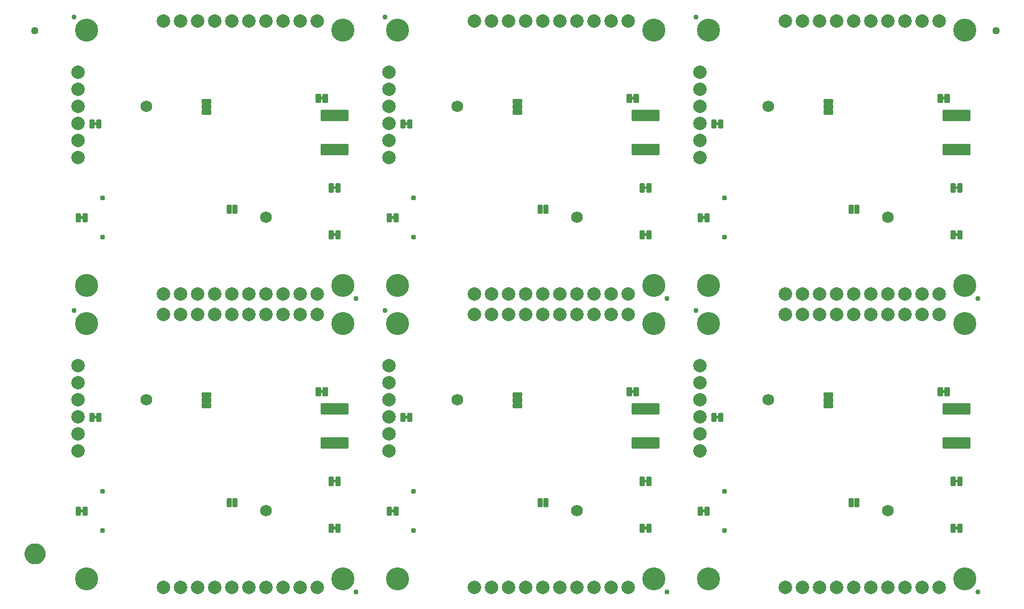
<source format=gbs>
G04 EAGLE Gerber RS-274X export*
G75*
%MOMM*%
%FSLAX34Y34*%
%LPD*%
%INSoldermask Bottom*%
%IPPOS*%
%AMOC8*
5,1,8,0,0,1.08239X$1,22.5*%
G01*
%ADD10C,3.429000*%
%ADD11C,0.228600*%
%ADD12C,0.762000*%
%ADD13C,0.228344*%
%ADD14C,0.777000*%
%ADD15C,0.227778*%
%ADD16C,2.006600*%
%ADD17C,1.727000*%
%ADD18C,1.127000*%
%ADD19C,1.270000*%
%ADD20C,1.627000*%

G36*
X1301180Y739787D02*
X1301180Y739787D01*
X1301246Y739789D01*
X1301289Y739807D01*
X1301336Y739815D01*
X1301393Y739849D01*
X1301453Y739874D01*
X1301488Y739905D01*
X1301529Y739930D01*
X1301571Y739981D01*
X1301619Y740025D01*
X1301641Y740067D01*
X1301670Y740104D01*
X1301691Y740166D01*
X1301722Y740225D01*
X1301730Y740279D01*
X1301742Y740316D01*
X1301741Y740356D01*
X1301749Y740410D01*
X1301749Y742950D01*
X1301738Y743015D01*
X1301736Y743081D01*
X1301718Y743124D01*
X1301710Y743171D01*
X1301676Y743228D01*
X1301651Y743288D01*
X1301620Y743323D01*
X1301595Y743364D01*
X1301544Y743406D01*
X1301500Y743454D01*
X1301458Y743476D01*
X1301421Y743505D01*
X1301359Y743526D01*
X1301300Y743557D01*
X1301246Y743565D01*
X1301209Y743577D01*
X1301169Y743576D01*
X1301115Y743584D01*
X1297305Y743584D01*
X1297240Y743573D01*
X1297174Y743571D01*
X1297131Y743553D01*
X1297084Y743545D01*
X1297027Y743511D01*
X1296967Y743486D01*
X1296932Y743455D01*
X1296891Y743430D01*
X1296850Y743379D01*
X1296801Y743335D01*
X1296779Y743293D01*
X1296750Y743256D01*
X1296729Y743194D01*
X1296698Y743135D01*
X1296690Y743081D01*
X1296678Y743044D01*
X1296678Y743041D01*
X1296679Y743004D01*
X1296671Y742950D01*
X1296671Y740410D01*
X1296682Y740345D01*
X1296684Y740279D01*
X1296702Y740236D01*
X1296710Y740189D01*
X1296744Y740132D01*
X1296769Y740072D01*
X1296800Y740037D01*
X1296825Y739996D01*
X1296876Y739955D01*
X1296920Y739906D01*
X1296962Y739884D01*
X1296999Y739855D01*
X1297061Y739834D01*
X1297120Y739803D01*
X1297174Y739795D01*
X1297211Y739783D01*
X1297251Y739784D01*
X1297305Y739776D01*
X1301115Y739776D01*
X1301180Y739787D01*
G37*
G36*
X376620Y739787D02*
X376620Y739787D01*
X376686Y739789D01*
X376729Y739807D01*
X376776Y739815D01*
X376833Y739849D01*
X376893Y739874D01*
X376928Y739905D01*
X376969Y739930D01*
X377011Y739981D01*
X377059Y740025D01*
X377081Y740067D01*
X377110Y740104D01*
X377131Y740166D01*
X377162Y740225D01*
X377170Y740279D01*
X377182Y740316D01*
X377181Y740356D01*
X377189Y740410D01*
X377189Y742950D01*
X377178Y743015D01*
X377176Y743081D01*
X377158Y743124D01*
X377150Y743171D01*
X377116Y743228D01*
X377091Y743288D01*
X377060Y743323D01*
X377035Y743364D01*
X376984Y743406D01*
X376940Y743454D01*
X376898Y743476D01*
X376861Y743505D01*
X376799Y743526D01*
X376740Y743557D01*
X376686Y743565D01*
X376649Y743577D01*
X376609Y743576D01*
X376555Y743584D01*
X372745Y743584D01*
X372680Y743573D01*
X372614Y743571D01*
X372571Y743553D01*
X372524Y743545D01*
X372467Y743511D01*
X372407Y743486D01*
X372372Y743455D01*
X372331Y743430D01*
X372290Y743379D01*
X372241Y743335D01*
X372219Y743293D01*
X372190Y743256D01*
X372169Y743194D01*
X372138Y743135D01*
X372130Y743081D01*
X372118Y743044D01*
X372118Y743041D01*
X372119Y743004D01*
X372111Y742950D01*
X372111Y740410D01*
X372122Y740345D01*
X372124Y740279D01*
X372142Y740236D01*
X372150Y740189D01*
X372184Y740132D01*
X372209Y740072D01*
X372240Y740037D01*
X372265Y739996D01*
X372316Y739955D01*
X372360Y739906D01*
X372402Y739884D01*
X372439Y739855D01*
X372501Y739834D01*
X372560Y739803D01*
X372614Y739795D01*
X372651Y739783D01*
X372691Y739784D01*
X372745Y739776D01*
X376555Y739776D01*
X376620Y739787D01*
G37*
G36*
X838900Y739787D02*
X838900Y739787D01*
X838966Y739789D01*
X839009Y739807D01*
X839056Y739815D01*
X839113Y739849D01*
X839173Y739874D01*
X839208Y739905D01*
X839249Y739930D01*
X839291Y739981D01*
X839339Y740025D01*
X839361Y740067D01*
X839390Y740104D01*
X839411Y740166D01*
X839442Y740225D01*
X839450Y740279D01*
X839462Y740316D01*
X839461Y740356D01*
X839469Y740410D01*
X839469Y742950D01*
X839458Y743015D01*
X839456Y743081D01*
X839438Y743124D01*
X839430Y743171D01*
X839396Y743228D01*
X839371Y743288D01*
X839340Y743323D01*
X839315Y743364D01*
X839264Y743406D01*
X839220Y743454D01*
X839178Y743476D01*
X839141Y743505D01*
X839079Y743526D01*
X839020Y743557D01*
X838966Y743565D01*
X838929Y743577D01*
X838889Y743576D01*
X838835Y743584D01*
X835025Y743584D01*
X834960Y743573D01*
X834894Y743571D01*
X834851Y743553D01*
X834804Y743545D01*
X834747Y743511D01*
X834687Y743486D01*
X834652Y743455D01*
X834611Y743430D01*
X834570Y743379D01*
X834521Y743335D01*
X834499Y743293D01*
X834470Y743256D01*
X834449Y743194D01*
X834418Y743135D01*
X834410Y743081D01*
X834398Y743044D01*
X834398Y743041D01*
X834399Y743004D01*
X834391Y742950D01*
X834391Y740410D01*
X834402Y740345D01*
X834404Y740279D01*
X834422Y740236D01*
X834430Y740189D01*
X834464Y740132D01*
X834489Y740072D01*
X834520Y740037D01*
X834545Y739996D01*
X834596Y739955D01*
X834640Y739906D01*
X834682Y739884D01*
X834719Y739855D01*
X834781Y739834D01*
X834840Y739803D01*
X834894Y739795D01*
X834931Y739783D01*
X834971Y739784D01*
X835025Y739776D01*
X838835Y739776D01*
X838900Y739787D01*
G37*
G36*
X964630Y701687D02*
X964630Y701687D01*
X964696Y701689D01*
X964739Y701707D01*
X964786Y701715D01*
X964843Y701749D01*
X964903Y701774D01*
X964938Y701805D01*
X964979Y701830D01*
X965021Y701881D01*
X965069Y701925D01*
X965091Y701967D01*
X965120Y702004D01*
X965141Y702066D01*
X965172Y702125D01*
X965180Y702179D01*
X965192Y702216D01*
X965191Y702256D01*
X965199Y702310D01*
X965199Y704850D01*
X965188Y704915D01*
X965186Y704981D01*
X965168Y705024D01*
X965160Y705071D01*
X965126Y705128D01*
X965101Y705188D01*
X965070Y705223D01*
X965045Y705264D01*
X964994Y705306D01*
X964950Y705354D01*
X964908Y705376D01*
X964871Y705405D01*
X964809Y705426D01*
X964750Y705457D01*
X964696Y705465D01*
X964659Y705477D01*
X964619Y705476D01*
X964565Y705484D01*
X960755Y705484D01*
X960690Y705473D01*
X960624Y705471D01*
X960581Y705453D01*
X960534Y705445D01*
X960477Y705411D01*
X960417Y705386D01*
X960382Y705355D01*
X960341Y705330D01*
X960300Y705279D01*
X960251Y705235D01*
X960229Y705193D01*
X960200Y705156D01*
X960179Y705094D01*
X960148Y705035D01*
X960140Y704981D01*
X960128Y704944D01*
X960128Y704941D01*
X960129Y704904D01*
X960121Y704850D01*
X960121Y702310D01*
X960132Y702245D01*
X960134Y702179D01*
X960152Y702136D01*
X960160Y702089D01*
X960194Y702032D01*
X960219Y701972D01*
X960250Y701937D01*
X960275Y701896D01*
X960326Y701855D01*
X960370Y701806D01*
X960412Y701784D01*
X960449Y701755D01*
X960511Y701734D01*
X960570Y701703D01*
X960624Y701695D01*
X960661Y701683D01*
X960701Y701684D01*
X960755Y701676D01*
X964565Y701676D01*
X964630Y701687D01*
G37*
G36*
X40070Y701687D02*
X40070Y701687D01*
X40136Y701689D01*
X40179Y701707D01*
X40226Y701715D01*
X40283Y701749D01*
X40343Y701774D01*
X40378Y701805D01*
X40419Y701830D01*
X40461Y701881D01*
X40509Y701925D01*
X40531Y701967D01*
X40560Y702004D01*
X40581Y702066D01*
X40612Y702125D01*
X40620Y702179D01*
X40632Y702216D01*
X40631Y702256D01*
X40639Y702310D01*
X40639Y704850D01*
X40628Y704915D01*
X40626Y704981D01*
X40608Y705024D01*
X40600Y705071D01*
X40566Y705128D01*
X40541Y705188D01*
X40510Y705223D01*
X40485Y705264D01*
X40434Y705306D01*
X40390Y705354D01*
X40348Y705376D01*
X40311Y705405D01*
X40249Y705426D01*
X40190Y705457D01*
X40136Y705465D01*
X40099Y705477D01*
X40059Y705476D01*
X40005Y705484D01*
X36195Y705484D01*
X36130Y705473D01*
X36064Y705471D01*
X36021Y705453D01*
X35974Y705445D01*
X35917Y705411D01*
X35857Y705386D01*
X35822Y705355D01*
X35781Y705330D01*
X35740Y705279D01*
X35691Y705235D01*
X35669Y705193D01*
X35640Y705156D01*
X35619Y705094D01*
X35588Y705035D01*
X35580Y704981D01*
X35568Y704944D01*
X35568Y704941D01*
X35569Y704904D01*
X35561Y704850D01*
X35561Y702310D01*
X35572Y702245D01*
X35574Y702179D01*
X35592Y702136D01*
X35600Y702089D01*
X35634Y702032D01*
X35659Y701972D01*
X35690Y701937D01*
X35715Y701896D01*
X35766Y701855D01*
X35810Y701806D01*
X35852Y701784D01*
X35889Y701755D01*
X35951Y701734D01*
X36010Y701703D01*
X36064Y701695D01*
X36101Y701683D01*
X36141Y701684D01*
X36195Y701676D01*
X40005Y701676D01*
X40070Y701687D01*
G37*
G36*
X502350Y701687D02*
X502350Y701687D01*
X502416Y701689D01*
X502459Y701707D01*
X502506Y701715D01*
X502563Y701749D01*
X502623Y701774D01*
X502658Y701805D01*
X502699Y701830D01*
X502741Y701881D01*
X502789Y701925D01*
X502811Y701967D01*
X502840Y702004D01*
X502861Y702066D01*
X502892Y702125D01*
X502900Y702179D01*
X502912Y702216D01*
X502911Y702256D01*
X502919Y702310D01*
X502919Y704850D01*
X502908Y704915D01*
X502906Y704981D01*
X502888Y705024D01*
X502880Y705071D01*
X502846Y705128D01*
X502821Y705188D01*
X502790Y705223D01*
X502765Y705264D01*
X502714Y705306D01*
X502670Y705354D01*
X502628Y705376D01*
X502591Y705405D01*
X502529Y705426D01*
X502470Y705457D01*
X502416Y705465D01*
X502379Y705477D01*
X502339Y705476D01*
X502285Y705484D01*
X498475Y705484D01*
X498410Y705473D01*
X498344Y705471D01*
X498301Y705453D01*
X498254Y705445D01*
X498197Y705411D01*
X498137Y705386D01*
X498102Y705355D01*
X498061Y705330D01*
X498020Y705279D01*
X497971Y705235D01*
X497949Y705193D01*
X497920Y705156D01*
X497899Y705094D01*
X497868Y705035D01*
X497860Y704981D01*
X497848Y704944D01*
X497848Y704941D01*
X497849Y704904D01*
X497841Y704850D01*
X497841Y702310D01*
X497852Y702245D01*
X497854Y702179D01*
X497872Y702136D01*
X497880Y702089D01*
X497914Y702032D01*
X497939Y701972D01*
X497970Y701937D01*
X497995Y701896D01*
X498046Y701855D01*
X498090Y701806D01*
X498132Y701784D01*
X498169Y701755D01*
X498231Y701734D01*
X498290Y701703D01*
X498344Y701695D01*
X498381Y701683D01*
X498421Y701684D01*
X498475Y701676D01*
X502285Y701676D01*
X502350Y701687D01*
G37*
G36*
X395670Y606437D02*
X395670Y606437D01*
X395736Y606439D01*
X395779Y606457D01*
X395826Y606465D01*
X395883Y606499D01*
X395943Y606524D01*
X395978Y606555D01*
X396019Y606580D01*
X396061Y606631D01*
X396109Y606675D01*
X396131Y606717D01*
X396160Y606754D01*
X396181Y606816D01*
X396212Y606875D01*
X396220Y606929D01*
X396232Y606966D01*
X396231Y607006D01*
X396239Y607060D01*
X396239Y609600D01*
X396228Y609665D01*
X396226Y609731D01*
X396208Y609774D01*
X396200Y609821D01*
X396166Y609878D01*
X396141Y609938D01*
X396110Y609973D01*
X396085Y610014D01*
X396034Y610056D01*
X395990Y610104D01*
X395948Y610126D01*
X395911Y610155D01*
X395849Y610176D01*
X395790Y610207D01*
X395736Y610215D01*
X395699Y610227D01*
X395659Y610226D01*
X395605Y610234D01*
X391795Y610234D01*
X391730Y610223D01*
X391664Y610221D01*
X391621Y610203D01*
X391574Y610195D01*
X391517Y610161D01*
X391457Y610136D01*
X391422Y610105D01*
X391381Y610080D01*
X391340Y610029D01*
X391291Y609985D01*
X391269Y609943D01*
X391240Y609906D01*
X391219Y609844D01*
X391188Y609785D01*
X391180Y609731D01*
X391168Y609694D01*
X391168Y609691D01*
X391169Y609654D01*
X391161Y609600D01*
X391161Y607060D01*
X391172Y606995D01*
X391174Y606929D01*
X391192Y606886D01*
X391200Y606839D01*
X391234Y606782D01*
X391259Y606722D01*
X391290Y606687D01*
X391315Y606646D01*
X391366Y606605D01*
X391410Y606556D01*
X391452Y606534D01*
X391489Y606505D01*
X391551Y606484D01*
X391610Y606453D01*
X391664Y606445D01*
X391701Y606433D01*
X391741Y606434D01*
X391795Y606426D01*
X395605Y606426D01*
X395670Y606437D01*
G37*
G36*
X1320230Y606437D02*
X1320230Y606437D01*
X1320296Y606439D01*
X1320339Y606457D01*
X1320386Y606465D01*
X1320443Y606499D01*
X1320503Y606524D01*
X1320538Y606555D01*
X1320579Y606580D01*
X1320621Y606631D01*
X1320669Y606675D01*
X1320691Y606717D01*
X1320720Y606754D01*
X1320741Y606816D01*
X1320772Y606875D01*
X1320780Y606929D01*
X1320792Y606966D01*
X1320791Y607006D01*
X1320799Y607060D01*
X1320799Y609600D01*
X1320788Y609665D01*
X1320786Y609731D01*
X1320768Y609774D01*
X1320760Y609821D01*
X1320726Y609878D01*
X1320701Y609938D01*
X1320670Y609973D01*
X1320645Y610014D01*
X1320594Y610056D01*
X1320550Y610104D01*
X1320508Y610126D01*
X1320471Y610155D01*
X1320409Y610176D01*
X1320350Y610207D01*
X1320296Y610215D01*
X1320259Y610227D01*
X1320219Y610226D01*
X1320165Y610234D01*
X1316355Y610234D01*
X1316290Y610223D01*
X1316224Y610221D01*
X1316181Y610203D01*
X1316134Y610195D01*
X1316077Y610161D01*
X1316017Y610136D01*
X1315982Y610105D01*
X1315941Y610080D01*
X1315900Y610029D01*
X1315851Y609985D01*
X1315829Y609943D01*
X1315800Y609906D01*
X1315779Y609844D01*
X1315748Y609785D01*
X1315740Y609731D01*
X1315728Y609694D01*
X1315728Y609691D01*
X1315729Y609654D01*
X1315721Y609600D01*
X1315721Y607060D01*
X1315732Y606995D01*
X1315734Y606929D01*
X1315752Y606886D01*
X1315760Y606839D01*
X1315794Y606782D01*
X1315819Y606722D01*
X1315850Y606687D01*
X1315875Y606646D01*
X1315926Y606605D01*
X1315970Y606556D01*
X1316012Y606534D01*
X1316049Y606505D01*
X1316111Y606484D01*
X1316170Y606453D01*
X1316224Y606445D01*
X1316261Y606433D01*
X1316301Y606434D01*
X1316355Y606426D01*
X1320165Y606426D01*
X1320230Y606437D01*
G37*
G36*
X857950Y606437D02*
X857950Y606437D01*
X858016Y606439D01*
X858059Y606457D01*
X858106Y606465D01*
X858163Y606499D01*
X858223Y606524D01*
X858258Y606555D01*
X858299Y606580D01*
X858341Y606631D01*
X858389Y606675D01*
X858411Y606717D01*
X858440Y606754D01*
X858461Y606816D01*
X858492Y606875D01*
X858500Y606929D01*
X858512Y606966D01*
X858511Y607006D01*
X858519Y607060D01*
X858519Y609600D01*
X858508Y609665D01*
X858506Y609731D01*
X858488Y609774D01*
X858480Y609821D01*
X858446Y609878D01*
X858421Y609938D01*
X858390Y609973D01*
X858365Y610014D01*
X858314Y610056D01*
X858270Y610104D01*
X858228Y610126D01*
X858191Y610155D01*
X858129Y610176D01*
X858070Y610207D01*
X858016Y610215D01*
X857979Y610227D01*
X857939Y610226D01*
X857885Y610234D01*
X854075Y610234D01*
X854010Y610223D01*
X853944Y610221D01*
X853901Y610203D01*
X853854Y610195D01*
X853797Y610161D01*
X853737Y610136D01*
X853702Y610105D01*
X853661Y610080D01*
X853620Y610029D01*
X853571Y609985D01*
X853549Y609943D01*
X853520Y609906D01*
X853499Y609844D01*
X853468Y609785D01*
X853460Y609731D01*
X853448Y609694D01*
X853448Y609691D01*
X853449Y609654D01*
X853441Y609600D01*
X853441Y607060D01*
X853452Y606995D01*
X853454Y606929D01*
X853472Y606886D01*
X853480Y606839D01*
X853514Y606782D01*
X853539Y606722D01*
X853570Y606687D01*
X853595Y606646D01*
X853646Y606605D01*
X853690Y606556D01*
X853732Y606534D01*
X853769Y606505D01*
X853831Y606484D01*
X853890Y606453D01*
X853944Y606445D01*
X853981Y606433D01*
X854021Y606434D01*
X854075Y606426D01*
X857885Y606426D01*
X857950Y606437D01*
G37*
G36*
X944310Y561987D02*
X944310Y561987D01*
X944376Y561989D01*
X944419Y562007D01*
X944466Y562015D01*
X944523Y562049D01*
X944583Y562074D01*
X944618Y562105D01*
X944659Y562130D01*
X944701Y562181D01*
X944749Y562225D01*
X944771Y562267D01*
X944800Y562304D01*
X944821Y562366D01*
X944852Y562425D01*
X944860Y562479D01*
X944872Y562516D01*
X944871Y562556D01*
X944879Y562610D01*
X944879Y565150D01*
X944868Y565215D01*
X944866Y565281D01*
X944848Y565324D01*
X944840Y565371D01*
X944806Y565428D01*
X944781Y565488D01*
X944750Y565523D01*
X944725Y565564D01*
X944674Y565606D01*
X944630Y565654D01*
X944588Y565676D01*
X944551Y565705D01*
X944489Y565726D01*
X944430Y565757D01*
X944376Y565765D01*
X944339Y565777D01*
X944299Y565776D01*
X944245Y565784D01*
X940435Y565784D01*
X940370Y565773D01*
X940304Y565771D01*
X940261Y565753D01*
X940214Y565745D01*
X940157Y565711D01*
X940097Y565686D01*
X940062Y565655D01*
X940021Y565630D01*
X939980Y565579D01*
X939931Y565535D01*
X939909Y565493D01*
X939880Y565456D01*
X939859Y565394D01*
X939828Y565335D01*
X939820Y565281D01*
X939808Y565244D01*
X939808Y565241D01*
X939809Y565204D01*
X939801Y565150D01*
X939801Y562610D01*
X939812Y562545D01*
X939814Y562479D01*
X939832Y562436D01*
X939840Y562389D01*
X939874Y562332D01*
X939899Y562272D01*
X939930Y562237D01*
X939955Y562196D01*
X940006Y562155D01*
X940050Y562106D01*
X940092Y562084D01*
X940129Y562055D01*
X940191Y562034D01*
X940250Y562003D01*
X940304Y561995D01*
X940341Y561983D01*
X940381Y561984D01*
X940435Y561976D01*
X944245Y561976D01*
X944310Y561987D01*
G37*
G36*
X19750Y561987D02*
X19750Y561987D01*
X19816Y561989D01*
X19859Y562007D01*
X19906Y562015D01*
X19963Y562049D01*
X20023Y562074D01*
X20058Y562105D01*
X20099Y562130D01*
X20141Y562181D01*
X20189Y562225D01*
X20211Y562267D01*
X20240Y562304D01*
X20261Y562366D01*
X20292Y562425D01*
X20300Y562479D01*
X20312Y562516D01*
X20311Y562556D01*
X20319Y562610D01*
X20319Y565150D01*
X20308Y565215D01*
X20306Y565281D01*
X20288Y565324D01*
X20280Y565371D01*
X20246Y565428D01*
X20221Y565488D01*
X20190Y565523D01*
X20165Y565564D01*
X20114Y565606D01*
X20070Y565654D01*
X20028Y565676D01*
X19991Y565705D01*
X19929Y565726D01*
X19870Y565757D01*
X19816Y565765D01*
X19779Y565777D01*
X19739Y565776D01*
X19685Y565784D01*
X15875Y565784D01*
X15810Y565773D01*
X15744Y565771D01*
X15701Y565753D01*
X15654Y565745D01*
X15597Y565711D01*
X15537Y565686D01*
X15502Y565655D01*
X15461Y565630D01*
X15420Y565579D01*
X15371Y565535D01*
X15349Y565493D01*
X15320Y565456D01*
X15299Y565394D01*
X15268Y565335D01*
X15260Y565281D01*
X15248Y565244D01*
X15248Y565241D01*
X15249Y565204D01*
X15241Y565150D01*
X15241Y562610D01*
X15252Y562545D01*
X15254Y562479D01*
X15272Y562436D01*
X15280Y562389D01*
X15314Y562332D01*
X15339Y562272D01*
X15370Y562237D01*
X15395Y562196D01*
X15446Y562155D01*
X15490Y562106D01*
X15532Y562084D01*
X15569Y562055D01*
X15631Y562034D01*
X15690Y562003D01*
X15744Y561995D01*
X15781Y561983D01*
X15821Y561984D01*
X15875Y561976D01*
X19685Y561976D01*
X19750Y561987D01*
G37*
G36*
X482030Y561987D02*
X482030Y561987D01*
X482096Y561989D01*
X482139Y562007D01*
X482186Y562015D01*
X482243Y562049D01*
X482303Y562074D01*
X482338Y562105D01*
X482379Y562130D01*
X482421Y562181D01*
X482469Y562225D01*
X482491Y562267D01*
X482520Y562304D01*
X482541Y562366D01*
X482572Y562425D01*
X482580Y562479D01*
X482592Y562516D01*
X482591Y562556D01*
X482599Y562610D01*
X482599Y565150D01*
X482588Y565215D01*
X482586Y565281D01*
X482568Y565324D01*
X482560Y565371D01*
X482526Y565428D01*
X482501Y565488D01*
X482470Y565523D01*
X482445Y565564D01*
X482394Y565606D01*
X482350Y565654D01*
X482308Y565676D01*
X482271Y565705D01*
X482209Y565726D01*
X482150Y565757D01*
X482096Y565765D01*
X482059Y565777D01*
X482019Y565776D01*
X481965Y565784D01*
X478155Y565784D01*
X478090Y565773D01*
X478024Y565771D01*
X477981Y565753D01*
X477934Y565745D01*
X477877Y565711D01*
X477817Y565686D01*
X477782Y565655D01*
X477741Y565630D01*
X477700Y565579D01*
X477651Y565535D01*
X477629Y565493D01*
X477600Y565456D01*
X477579Y565394D01*
X477548Y565335D01*
X477540Y565281D01*
X477528Y565244D01*
X477528Y565241D01*
X477529Y565204D01*
X477521Y565150D01*
X477521Y562610D01*
X477532Y562545D01*
X477534Y562479D01*
X477552Y562436D01*
X477560Y562389D01*
X477594Y562332D01*
X477619Y562272D01*
X477650Y562237D01*
X477675Y562196D01*
X477726Y562155D01*
X477770Y562106D01*
X477812Y562084D01*
X477849Y562055D01*
X477911Y562034D01*
X477970Y562003D01*
X478024Y561995D01*
X478061Y561983D01*
X478101Y561984D01*
X478155Y561976D01*
X481965Y561976D01*
X482030Y561987D01*
G37*
G36*
X1320230Y536587D02*
X1320230Y536587D01*
X1320296Y536589D01*
X1320339Y536607D01*
X1320386Y536615D01*
X1320443Y536649D01*
X1320503Y536674D01*
X1320538Y536705D01*
X1320579Y536730D01*
X1320621Y536781D01*
X1320669Y536825D01*
X1320691Y536867D01*
X1320720Y536904D01*
X1320741Y536966D01*
X1320772Y537025D01*
X1320780Y537079D01*
X1320792Y537116D01*
X1320791Y537156D01*
X1320799Y537210D01*
X1320799Y539750D01*
X1320788Y539815D01*
X1320786Y539881D01*
X1320768Y539924D01*
X1320760Y539971D01*
X1320726Y540028D01*
X1320701Y540088D01*
X1320670Y540123D01*
X1320645Y540164D01*
X1320594Y540206D01*
X1320550Y540254D01*
X1320508Y540276D01*
X1320471Y540305D01*
X1320409Y540326D01*
X1320350Y540357D01*
X1320296Y540365D01*
X1320259Y540377D01*
X1320219Y540376D01*
X1320165Y540384D01*
X1316355Y540384D01*
X1316290Y540373D01*
X1316224Y540371D01*
X1316181Y540353D01*
X1316134Y540345D01*
X1316077Y540311D01*
X1316017Y540286D01*
X1315982Y540255D01*
X1315941Y540230D01*
X1315900Y540179D01*
X1315851Y540135D01*
X1315829Y540093D01*
X1315800Y540056D01*
X1315779Y539994D01*
X1315748Y539935D01*
X1315740Y539881D01*
X1315728Y539844D01*
X1315728Y539841D01*
X1315729Y539804D01*
X1315721Y539750D01*
X1315721Y537210D01*
X1315732Y537145D01*
X1315734Y537079D01*
X1315752Y537036D01*
X1315760Y536989D01*
X1315794Y536932D01*
X1315819Y536872D01*
X1315850Y536837D01*
X1315875Y536796D01*
X1315926Y536755D01*
X1315970Y536706D01*
X1316012Y536684D01*
X1316049Y536655D01*
X1316111Y536634D01*
X1316170Y536603D01*
X1316224Y536595D01*
X1316261Y536583D01*
X1316301Y536584D01*
X1316355Y536576D01*
X1320165Y536576D01*
X1320230Y536587D01*
G37*
G36*
X395670Y536587D02*
X395670Y536587D01*
X395736Y536589D01*
X395779Y536607D01*
X395826Y536615D01*
X395883Y536649D01*
X395943Y536674D01*
X395978Y536705D01*
X396019Y536730D01*
X396061Y536781D01*
X396109Y536825D01*
X396131Y536867D01*
X396160Y536904D01*
X396181Y536966D01*
X396212Y537025D01*
X396220Y537079D01*
X396232Y537116D01*
X396231Y537156D01*
X396239Y537210D01*
X396239Y539750D01*
X396228Y539815D01*
X396226Y539881D01*
X396208Y539924D01*
X396200Y539971D01*
X396166Y540028D01*
X396141Y540088D01*
X396110Y540123D01*
X396085Y540164D01*
X396034Y540206D01*
X395990Y540254D01*
X395948Y540276D01*
X395911Y540305D01*
X395849Y540326D01*
X395790Y540357D01*
X395736Y540365D01*
X395699Y540377D01*
X395659Y540376D01*
X395605Y540384D01*
X391795Y540384D01*
X391730Y540373D01*
X391664Y540371D01*
X391621Y540353D01*
X391574Y540345D01*
X391517Y540311D01*
X391457Y540286D01*
X391422Y540255D01*
X391381Y540230D01*
X391340Y540179D01*
X391291Y540135D01*
X391269Y540093D01*
X391240Y540056D01*
X391219Y539994D01*
X391188Y539935D01*
X391180Y539881D01*
X391168Y539844D01*
X391168Y539841D01*
X391169Y539804D01*
X391161Y539750D01*
X391161Y537210D01*
X391172Y537145D01*
X391174Y537079D01*
X391192Y537036D01*
X391200Y536989D01*
X391234Y536932D01*
X391259Y536872D01*
X391290Y536837D01*
X391315Y536796D01*
X391366Y536755D01*
X391410Y536706D01*
X391452Y536684D01*
X391489Y536655D01*
X391551Y536634D01*
X391610Y536603D01*
X391664Y536595D01*
X391701Y536583D01*
X391741Y536584D01*
X391795Y536576D01*
X395605Y536576D01*
X395670Y536587D01*
G37*
G36*
X857950Y536587D02*
X857950Y536587D01*
X858016Y536589D01*
X858059Y536607D01*
X858106Y536615D01*
X858163Y536649D01*
X858223Y536674D01*
X858258Y536705D01*
X858299Y536730D01*
X858341Y536781D01*
X858389Y536825D01*
X858411Y536867D01*
X858440Y536904D01*
X858461Y536966D01*
X858492Y537025D01*
X858500Y537079D01*
X858512Y537116D01*
X858511Y537156D01*
X858519Y537210D01*
X858519Y539750D01*
X858508Y539815D01*
X858506Y539881D01*
X858488Y539924D01*
X858480Y539971D01*
X858446Y540028D01*
X858421Y540088D01*
X858390Y540123D01*
X858365Y540164D01*
X858314Y540206D01*
X858270Y540254D01*
X858228Y540276D01*
X858191Y540305D01*
X858129Y540326D01*
X858070Y540357D01*
X858016Y540365D01*
X857979Y540377D01*
X857939Y540376D01*
X857885Y540384D01*
X854075Y540384D01*
X854010Y540373D01*
X853944Y540371D01*
X853901Y540353D01*
X853854Y540345D01*
X853797Y540311D01*
X853737Y540286D01*
X853702Y540255D01*
X853661Y540230D01*
X853620Y540179D01*
X853571Y540135D01*
X853549Y540093D01*
X853520Y540056D01*
X853499Y539994D01*
X853468Y539935D01*
X853460Y539881D01*
X853448Y539844D01*
X853448Y539841D01*
X853449Y539804D01*
X853441Y539750D01*
X853441Y537210D01*
X853452Y537145D01*
X853454Y537079D01*
X853472Y537036D01*
X853480Y536989D01*
X853514Y536932D01*
X853539Y536872D01*
X853570Y536837D01*
X853595Y536796D01*
X853646Y536755D01*
X853690Y536706D01*
X853732Y536684D01*
X853769Y536655D01*
X853831Y536634D01*
X853890Y536603D01*
X853944Y536595D01*
X853981Y536583D01*
X854021Y536584D01*
X854075Y536576D01*
X857885Y536576D01*
X857950Y536587D01*
G37*
G36*
X838900Y302907D02*
X838900Y302907D01*
X838966Y302909D01*
X839009Y302927D01*
X839056Y302935D01*
X839113Y302969D01*
X839173Y302994D01*
X839208Y303025D01*
X839249Y303050D01*
X839291Y303101D01*
X839339Y303145D01*
X839361Y303187D01*
X839390Y303224D01*
X839411Y303286D01*
X839442Y303345D01*
X839450Y303399D01*
X839462Y303436D01*
X839461Y303476D01*
X839469Y303530D01*
X839469Y306070D01*
X839458Y306135D01*
X839456Y306201D01*
X839438Y306244D01*
X839430Y306291D01*
X839396Y306348D01*
X839371Y306408D01*
X839340Y306443D01*
X839315Y306484D01*
X839264Y306526D01*
X839220Y306574D01*
X839178Y306596D01*
X839141Y306625D01*
X839079Y306646D01*
X839020Y306677D01*
X838966Y306685D01*
X838929Y306697D01*
X838889Y306696D01*
X838835Y306704D01*
X835025Y306704D01*
X834960Y306693D01*
X834894Y306691D01*
X834851Y306673D01*
X834804Y306665D01*
X834747Y306631D01*
X834687Y306606D01*
X834652Y306575D01*
X834611Y306550D01*
X834570Y306499D01*
X834521Y306455D01*
X834499Y306413D01*
X834470Y306376D01*
X834449Y306314D01*
X834418Y306255D01*
X834410Y306201D01*
X834398Y306164D01*
X834398Y306161D01*
X834399Y306124D01*
X834391Y306070D01*
X834391Y303530D01*
X834402Y303465D01*
X834404Y303399D01*
X834422Y303356D01*
X834430Y303309D01*
X834464Y303252D01*
X834489Y303192D01*
X834520Y303157D01*
X834545Y303116D01*
X834596Y303075D01*
X834640Y303026D01*
X834682Y303004D01*
X834719Y302975D01*
X834781Y302954D01*
X834840Y302923D01*
X834894Y302915D01*
X834931Y302903D01*
X834971Y302904D01*
X835025Y302896D01*
X838835Y302896D01*
X838900Y302907D01*
G37*
G36*
X376620Y302907D02*
X376620Y302907D01*
X376686Y302909D01*
X376729Y302927D01*
X376776Y302935D01*
X376833Y302969D01*
X376893Y302994D01*
X376928Y303025D01*
X376969Y303050D01*
X377011Y303101D01*
X377059Y303145D01*
X377081Y303187D01*
X377110Y303224D01*
X377131Y303286D01*
X377162Y303345D01*
X377170Y303399D01*
X377182Y303436D01*
X377181Y303476D01*
X377189Y303530D01*
X377189Y306070D01*
X377178Y306135D01*
X377176Y306201D01*
X377158Y306244D01*
X377150Y306291D01*
X377116Y306348D01*
X377091Y306408D01*
X377060Y306443D01*
X377035Y306484D01*
X376984Y306526D01*
X376940Y306574D01*
X376898Y306596D01*
X376861Y306625D01*
X376799Y306646D01*
X376740Y306677D01*
X376686Y306685D01*
X376649Y306697D01*
X376609Y306696D01*
X376555Y306704D01*
X372745Y306704D01*
X372680Y306693D01*
X372614Y306691D01*
X372571Y306673D01*
X372524Y306665D01*
X372467Y306631D01*
X372407Y306606D01*
X372372Y306575D01*
X372331Y306550D01*
X372290Y306499D01*
X372241Y306455D01*
X372219Y306413D01*
X372190Y306376D01*
X372169Y306314D01*
X372138Y306255D01*
X372130Y306201D01*
X372118Y306164D01*
X372118Y306161D01*
X372119Y306124D01*
X372111Y306070D01*
X372111Y303530D01*
X372122Y303465D01*
X372124Y303399D01*
X372142Y303356D01*
X372150Y303309D01*
X372184Y303252D01*
X372209Y303192D01*
X372240Y303157D01*
X372265Y303116D01*
X372316Y303075D01*
X372360Y303026D01*
X372402Y303004D01*
X372439Y302975D01*
X372501Y302954D01*
X372560Y302923D01*
X372614Y302915D01*
X372651Y302903D01*
X372691Y302904D01*
X372745Y302896D01*
X376555Y302896D01*
X376620Y302907D01*
G37*
G36*
X1301180Y302907D02*
X1301180Y302907D01*
X1301246Y302909D01*
X1301289Y302927D01*
X1301336Y302935D01*
X1301393Y302969D01*
X1301453Y302994D01*
X1301488Y303025D01*
X1301529Y303050D01*
X1301571Y303101D01*
X1301619Y303145D01*
X1301641Y303187D01*
X1301670Y303224D01*
X1301691Y303286D01*
X1301722Y303345D01*
X1301730Y303399D01*
X1301742Y303436D01*
X1301741Y303476D01*
X1301749Y303530D01*
X1301749Y306070D01*
X1301738Y306135D01*
X1301736Y306201D01*
X1301718Y306244D01*
X1301710Y306291D01*
X1301676Y306348D01*
X1301651Y306408D01*
X1301620Y306443D01*
X1301595Y306484D01*
X1301544Y306526D01*
X1301500Y306574D01*
X1301458Y306596D01*
X1301421Y306625D01*
X1301359Y306646D01*
X1301300Y306677D01*
X1301246Y306685D01*
X1301209Y306697D01*
X1301169Y306696D01*
X1301115Y306704D01*
X1297305Y306704D01*
X1297240Y306693D01*
X1297174Y306691D01*
X1297131Y306673D01*
X1297084Y306665D01*
X1297027Y306631D01*
X1296967Y306606D01*
X1296932Y306575D01*
X1296891Y306550D01*
X1296850Y306499D01*
X1296801Y306455D01*
X1296779Y306413D01*
X1296750Y306376D01*
X1296729Y306314D01*
X1296698Y306255D01*
X1296690Y306201D01*
X1296678Y306164D01*
X1296678Y306161D01*
X1296679Y306124D01*
X1296671Y306070D01*
X1296671Y303530D01*
X1296682Y303465D01*
X1296684Y303399D01*
X1296702Y303356D01*
X1296710Y303309D01*
X1296744Y303252D01*
X1296769Y303192D01*
X1296800Y303157D01*
X1296825Y303116D01*
X1296876Y303075D01*
X1296920Y303026D01*
X1296962Y303004D01*
X1296999Y302975D01*
X1297061Y302954D01*
X1297120Y302923D01*
X1297174Y302915D01*
X1297211Y302903D01*
X1297251Y302904D01*
X1297305Y302896D01*
X1301115Y302896D01*
X1301180Y302907D01*
G37*
G36*
X502350Y264807D02*
X502350Y264807D01*
X502416Y264809D01*
X502459Y264827D01*
X502506Y264835D01*
X502563Y264869D01*
X502623Y264894D01*
X502658Y264925D01*
X502699Y264950D01*
X502741Y265001D01*
X502789Y265045D01*
X502811Y265087D01*
X502840Y265124D01*
X502861Y265186D01*
X502892Y265245D01*
X502900Y265299D01*
X502912Y265336D01*
X502911Y265376D01*
X502919Y265430D01*
X502919Y267970D01*
X502908Y268035D01*
X502906Y268101D01*
X502888Y268144D01*
X502880Y268191D01*
X502846Y268248D01*
X502821Y268308D01*
X502790Y268343D01*
X502765Y268384D01*
X502714Y268426D01*
X502670Y268474D01*
X502628Y268496D01*
X502591Y268525D01*
X502529Y268546D01*
X502470Y268577D01*
X502416Y268585D01*
X502379Y268597D01*
X502339Y268596D01*
X502285Y268604D01*
X498475Y268604D01*
X498410Y268593D01*
X498344Y268591D01*
X498301Y268573D01*
X498254Y268565D01*
X498197Y268531D01*
X498137Y268506D01*
X498102Y268475D01*
X498061Y268450D01*
X498020Y268399D01*
X497971Y268355D01*
X497949Y268313D01*
X497920Y268276D01*
X497899Y268214D01*
X497868Y268155D01*
X497860Y268101D01*
X497848Y268064D01*
X497848Y268061D01*
X497849Y268024D01*
X497841Y267970D01*
X497841Y265430D01*
X497852Y265365D01*
X497854Y265299D01*
X497872Y265256D01*
X497880Y265209D01*
X497914Y265152D01*
X497939Y265092D01*
X497970Y265057D01*
X497995Y265016D01*
X498046Y264975D01*
X498090Y264926D01*
X498132Y264904D01*
X498169Y264875D01*
X498231Y264854D01*
X498290Y264823D01*
X498344Y264815D01*
X498381Y264803D01*
X498421Y264804D01*
X498475Y264796D01*
X502285Y264796D01*
X502350Y264807D01*
G37*
G36*
X964630Y264807D02*
X964630Y264807D01*
X964696Y264809D01*
X964739Y264827D01*
X964786Y264835D01*
X964843Y264869D01*
X964903Y264894D01*
X964938Y264925D01*
X964979Y264950D01*
X965021Y265001D01*
X965069Y265045D01*
X965091Y265087D01*
X965120Y265124D01*
X965141Y265186D01*
X965172Y265245D01*
X965180Y265299D01*
X965192Y265336D01*
X965191Y265376D01*
X965199Y265430D01*
X965199Y267970D01*
X965188Y268035D01*
X965186Y268101D01*
X965168Y268144D01*
X965160Y268191D01*
X965126Y268248D01*
X965101Y268308D01*
X965070Y268343D01*
X965045Y268384D01*
X964994Y268426D01*
X964950Y268474D01*
X964908Y268496D01*
X964871Y268525D01*
X964809Y268546D01*
X964750Y268577D01*
X964696Y268585D01*
X964659Y268597D01*
X964619Y268596D01*
X964565Y268604D01*
X960755Y268604D01*
X960690Y268593D01*
X960624Y268591D01*
X960581Y268573D01*
X960534Y268565D01*
X960477Y268531D01*
X960417Y268506D01*
X960382Y268475D01*
X960341Y268450D01*
X960300Y268399D01*
X960251Y268355D01*
X960229Y268313D01*
X960200Y268276D01*
X960179Y268214D01*
X960148Y268155D01*
X960140Y268101D01*
X960128Y268064D01*
X960128Y268061D01*
X960129Y268024D01*
X960121Y267970D01*
X960121Y265430D01*
X960132Y265365D01*
X960134Y265299D01*
X960152Y265256D01*
X960160Y265209D01*
X960194Y265152D01*
X960219Y265092D01*
X960250Y265057D01*
X960275Y265016D01*
X960326Y264975D01*
X960370Y264926D01*
X960412Y264904D01*
X960449Y264875D01*
X960511Y264854D01*
X960570Y264823D01*
X960624Y264815D01*
X960661Y264803D01*
X960701Y264804D01*
X960755Y264796D01*
X964565Y264796D01*
X964630Y264807D01*
G37*
G36*
X40070Y264807D02*
X40070Y264807D01*
X40136Y264809D01*
X40179Y264827D01*
X40226Y264835D01*
X40283Y264869D01*
X40343Y264894D01*
X40378Y264925D01*
X40419Y264950D01*
X40461Y265001D01*
X40509Y265045D01*
X40531Y265087D01*
X40560Y265124D01*
X40581Y265186D01*
X40612Y265245D01*
X40620Y265299D01*
X40632Y265336D01*
X40631Y265376D01*
X40639Y265430D01*
X40639Y267970D01*
X40628Y268035D01*
X40626Y268101D01*
X40608Y268144D01*
X40600Y268191D01*
X40566Y268248D01*
X40541Y268308D01*
X40510Y268343D01*
X40485Y268384D01*
X40434Y268426D01*
X40390Y268474D01*
X40348Y268496D01*
X40311Y268525D01*
X40249Y268546D01*
X40190Y268577D01*
X40136Y268585D01*
X40099Y268597D01*
X40059Y268596D01*
X40005Y268604D01*
X36195Y268604D01*
X36130Y268593D01*
X36064Y268591D01*
X36021Y268573D01*
X35974Y268565D01*
X35917Y268531D01*
X35857Y268506D01*
X35822Y268475D01*
X35781Y268450D01*
X35740Y268399D01*
X35691Y268355D01*
X35669Y268313D01*
X35640Y268276D01*
X35619Y268214D01*
X35588Y268155D01*
X35580Y268101D01*
X35568Y268064D01*
X35568Y268061D01*
X35569Y268024D01*
X35561Y267970D01*
X35561Y265430D01*
X35572Y265365D01*
X35574Y265299D01*
X35592Y265256D01*
X35600Y265209D01*
X35634Y265152D01*
X35659Y265092D01*
X35690Y265057D01*
X35715Y265016D01*
X35766Y264975D01*
X35810Y264926D01*
X35852Y264904D01*
X35889Y264875D01*
X35951Y264854D01*
X36010Y264823D01*
X36064Y264815D01*
X36101Y264803D01*
X36141Y264804D01*
X36195Y264796D01*
X40005Y264796D01*
X40070Y264807D01*
G37*
G36*
X857950Y169557D02*
X857950Y169557D01*
X858016Y169559D01*
X858059Y169577D01*
X858106Y169585D01*
X858163Y169619D01*
X858223Y169644D01*
X858258Y169675D01*
X858299Y169700D01*
X858341Y169751D01*
X858389Y169795D01*
X858411Y169837D01*
X858440Y169874D01*
X858461Y169936D01*
X858492Y169995D01*
X858500Y170049D01*
X858512Y170086D01*
X858511Y170126D01*
X858519Y170180D01*
X858519Y172720D01*
X858508Y172785D01*
X858506Y172851D01*
X858488Y172894D01*
X858480Y172941D01*
X858446Y172998D01*
X858421Y173058D01*
X858390Y173093D01*
X858365Y173134D01*
X858314Y173176D01*
X858270Y173224D01*
X858228Y173246D01*
X858191Y173275D01*
X858129Y173296D01*
X858070Y173327D01*
X858016Y173335D01*
X857979Y173347D01*
X857939Y173346D01*
X857885Y173354D01*
X854075Y173354D01*
X854010Y173343D01*
X853944Y173341D01*
X853901Y173323D01*
X853854Y173315D01*
X853797Y173281D01*
X853737Y173256D01*
X853702Y173225D01*
X853661Y173200D01*
X853620Y173149D01*
X853571Y173105D01*
X853549Y173063D01*
X853520Y173026D01*
X853499Y172964D01*
X853468Y172905D01*
X853460Y172851D01*
X853448Y172814D01*
X853448Y172811D01*
X853449Y172774D01*
X853441Y172720D01*
X853441Y170180D01*
X853452Y170115D01*
X853454Y170049D01*
X853472Y170006D01*
X853480Y169959D01*
X853514Y169902D01*
X853539Y169842D01*
X853570Y169807D01*
X853595Y169766D01*
X853646Y169725D01*
X853690Y169676D01*
X853732Y169654D01*
X853769Y169625D01*
X853831Y169604D01*
X853890Y169573D01*
X853944Y169565D01*
X853981Y169553D01*
X854021Y169554D01*
X854075Y169546D01*
X857885Y169546D01*
X857950Y169557D01*
G37*
G36*
X1320230Y169557D02*
X1320230Y169557D01*
X1320296Y169559D01*
X1320339Y169577D01*
X1320386Y169585D01*
X1320443Y169619D01*
X1320503Y169644D01*
X1320538Y169675D01*
X1320579Y169700D01*
X1320621Y169751D01*
X1320669Y169795D01*
X1320691Y169837D01*
X1320720Y169874D01*
X1320741Y169936D01*
X1320772Y169995D01*
X1320780Y170049D01*
X1320792Y170086D01*
X1320791Y170126D01*
X1320799Y170180D01*
X1320799Y172720D01*
X1320788Y172785D01*
X1320786Y172851D01*
X1320768Y172894D01*
X1320760Y172941D01*
X1320726Y172998D01*
X1320701Y173058D01*
X1320670Y173093D01*
X1320645Y173134D01*
X1320594Y173176D01*
X1320550Y173224D01*
X1320508Y173246D01*
X1320471Y173275D01*
X1320409Y173296D01*
X1320350Y173327D01*
X1320296Y173335D01*
X1320259Y173347D01*
X1320219Y173346D01*
X1320165Y173354D01*
X1316355Y173354D01*
X1316290Y173343D01*
X1316224Y173341D01*
X1316181Y173323D01*
X1316134Y173315D01*
X1316077Y173281D01*
X1316017Y173256D01*
X1315982Y173225D01*
X1315941Y173200D01*
X1315900Y173149D01*
X1315851Y173105D01*
X1315829Y173063D01*
X1315800Y173026D01*
X1315779Y172964D01*
X1315748Y172905D01*
X1315740Y172851D01*
X1315728Y172814D01*
X1315728Y172811D01*
X1315729Y172774D01*
X1315721Y172720D01*
X1315721Y170180D01*
X1315732Y170115D01*
X1315734Y170049D01*
X1315752Y170006D01*
X1315760Y169959D01*
X1315794Y169902D01*
X1315819Y169842D01*
X1315850Y169807D01*
X1315875Y169766D01*
X1315926Y169725D01*
X1315970Y169676D01*
X1316012Y169654D01*
X1316049Y169625D01*
X1316111Y169604D01*
X1316170Y169573D01*
X1316224Y169565D01*
X1316261Y169553D01*
X1316301Y169554D01*
X1316355Y169546D01*
X1320165Y169546D01*
X1320230Y169557D01*
G37*
G36*
X395670Y169557D02*
X395670Y169557D01*
X395736Y169559D01*
X395779Y169577D01*
X395826Y169585D01*
X395883Y169619D01*
X395943Y169644D01*
X395978Y169675D01*
X396019Y169700D01*
X396061Y169751D01*
X396109Y169795D01*
X396131Y169837D01*
X396160Y169874D01*
X396181Y169936D01*
X396212Y169995D01*
X396220Y170049D01*
X396232Y170086D01*
X396231Y170126D01*
X396239Y170180D01*
X396239Y172720D01*
X396228Y172785D01*
X396226Y172851D01*
X396208Y172894D01*
X396200Y172941D01*
X396166Y172998D01*
X396141Y173058D01*
X396110Y173093D01*
X396085Y173134D01*
X396034Y173176D01*
X395990Y173224D01*
X395948Y173246D01*
X395911Y173275D01*
X395849Y173296D01*
X395790Y173327D01*
X395736Y173335D01*
X395699Y173347D01*
X395659Y173346D01*
X395605Y173354D01*
X391795Y173354D01*
X391730Y173343D01*
X391664Y173341D01*
X391621Y173323D01*
X391574Y173315D01*
X391517Y173281D01*
X391457Y173256D01*
X391422Y173225D01*
X391381Y173200D01*
X391340Y173149D01*
X391291Y173105D01*
X391269Y173063D01*
X391240Y173026D01*
X391219Y172964D01*
X391188Y172905D01*
X391180Y172851D01*
X391168Y172814D01*
X391168Y172811D01*
X391169Y172774D01*
X391161Y172720D01*
X391161Y170180D01*
X391172Y170115D01*
X391174Y170049D01*
X391192Y170006D01*
X391200Y169959D01*
X391234Y169902D01*
X391259Y169842D01*
X391290Y169807D01*
X391315Y169766D01*
X391366Y169725D01*
X391410Y169676D01*
X391452Y169654D01*
X391489Y169625D01*
X391551Y169604D01*
X391610Y169573D01*
X391664Y169565D01*
X391701Y169553D01*
X391741Y169554D01*
X391795Y169546D01*
X395605Y169546D01*
X395670Y169557D01*
G37*
G36*
X19750Y125107D02*
X19750Y125107D01*
X19816Y125109D01*
X19859Y125127D01*
X19906Y125135D01*
X19963Y125169D01*
X20023Y125194D01*
X20058Y125225D01*
X20099Y125250D01*
X20141Y125301D01*
X20189Y125345D01*
X20211Y125387D01*
X20240Y125424D01*
X20261Y125486D01*
X20292Y125545D01*
X20300Y125599D01*
X20312Y125636D01*
X20311Y125676D01*
X20319Y125730D01*
X20319Y128270D01*
X20308Y128335D01*
X20306Y128401D01*
X20288Y128444D01*
X20280Y128491D01*
X20246Y128548D01*
X20221Y128608D01*
X20190Y128643D01*
X20165Y128684D01*
X20114Y128726D01*
X20070Y128774D01*
X20028Y128796D01*
X19991Y128825D01*
X19929Y128846D01*
X19870Y128877D01*
X19816Y128885D01*
X19779Y128897D01*
X19739Y128896D01*
X19685Y128904D01*
X15875Y128904D01*
X15810Y128893D01*
X15744Y128891D01*
X15701Y128873D01*
X15654Y128865D01*
X15597Y128831D01*
X15537Y128806D01*
X15502Y128775D01*
X15461Y128750D01*
X15420Y128699D01*
X15371Y128655D01*
X15349Y128613D01*
X15320Y128576D01*
X15299Y128514D01*
X15268Y128455D01*
X15260Y128401D01*
X15248Y128364D01*
X15248Y128361D01*
X15249Y128324D01*
X15241Y128270D01*
X15241Y125730D01*
X15252Y125665D01*
X15254Y125599D01*
X15272Y125556D01*
X15280Y125509D01*
X15314Y125452D01*
X15339Y125392D01*
X15370Y125357D01*
X15395Y125316D01*
X15446Y125275D01*
X15490Y125226D01*
X15532Y125204D01*
X15569Y125175D01*
X15631Y125154D01*
X15690Y125123D01*
X15744Y125115D01*
X15781Y125103D01*
X15821Y125104D01*
X15875Y125096D01*
X19685Y125096D01*
X19750Y125107D01*
G37*
G36*
X944310Y125107D02*
X944310Y125107D01*
X944376Y125109D01*
X944419Y125127D01*
X944466Y125135D01*
X944523Y125169D01*
X944583Y125194D01*
X944618Y125225D01*
X944659Y125250D01*
X944701Y125301D01*
X944749Y125345D01*
X944771Y125387D01*
X944800Y125424D01*
X944821Y125486D01*
X944852Y125545D01*
X944860Y125599D01*
X944872Y125636D01*
X944871Y125676D01*
X944879Y125730D01*
X944879Y128270D01*
X944868Y128335D01*
X944866Y128401D01*
X944848Y128444D01*
X944840Y128491D01*
X944806Y128548D01*
X944781Y128608D01*
X944750Y128643D01*
X944725Y128684D01*
X944674Y128726D01*
X944630Y128774D01*
X944588Y128796D01*
X944551Y128825D01*
X944489Y128846D01*
X944430Y128877D01*
X944376Y128885D01*
X944339Y128897D01*
X944299Y128896D01*
X944245Y128904D01*
X940435Y128904D01*
X940370Y128893D01*
X940304Y128891D01*
X940261Y128873D01*
X940214Y128865D01*
X940157Y128831D01*
X940097Y128806D01*
X940062Y128775D01*
X940021Y128750D01*
X939980Y128699D01*
X939931Y128655D01*
X939909Y128613D01*
X939880Y128576D01*
X939859Y128514D01*
X939828Y128455D01*
X939820Y128401D01*
X939808Y128364D01*
X939808Y128361D01*
X939809Y128324D01*
X939801Y128270D01*
X939801Y125730D01*
X939812Y125665D01*
X939814Y125599D01*
X939832Y125556D01*
X939840Y125509D01*
X939874Y125452D01*
X939899Y125392D01*
X939930Y125357D01*
X939955Y125316D01*
X940006Y125275D01*
X940050Y125226D01*
X940092Y125204D01*
X940129Y125175D01*
X940191Y125154D01*
X940250Y125123D01*
X940304Y125115D01*
X940341Y125103D01*
X940381Y125104D01*
X940435Y125096D01*
X944245Y125096D01*
X944310Y125107D01*
G37*
G36*
X482030Y125107D02*
X482030Y125107D01*
X482096Y125109D01*
X482139Y125127D01*
X482186Y125135D01*
X482243Y125169D01*
X482303Y125194D01*
X482338Y125225D01*
X482379Y125250D01*
X482421Y125301D01*
X482469Y125345D01*
X482491Y125387D01*
X482520Y125424D01*
X482541Y125486D01*
X482572Y125545D01*
X482580Y125599D01*
X482592Y125636D01*
X482591Y125676D01*
X482599Y125730D01*
X482599Y128270D01*
X482588Y128335D01*
X482586Y128401D01*
X482568Y128444D01*
X482560Y128491D01*
X482526Y128548D01*
X482501Y128608D01*
X482470Y128643D01*
X482445Y128684D01*
X482394Y128726D01*
X482350Y128774D01*
X482308Y128796D01*
X482271Y128825D01*
X482209Y128846D01*
X482150Y128877D01*
X482096Y128885D01*
X482059Y128897D01*
X482019Y128896D01*
X481965Y128904D01*
X478155Y128904D01*
X478090Y128893D01*
X478024Y128891D01*
X477981Y128873D01*
X477934Y128865D01*
X477877Y128831D01*
X477817Y128806D01*
X477782Y128775D01*
X477741Y128750D01*
X477700Y128699D01*
X477651Y128655D01*
X477629Y128613D01*
X477600Y128576D01*
X477579Y128514D01*
X477548Y128455D01*
X477540Y128401D01*
X477528Y128364D01*
X477528Y128361D01*
X477529Y128324D01*
X477521Y128270D01*
X477521Y125730D01*
X477532Y125665D01*
X477534Y125599D01*
X477552Y125556D01*
X477560Y125509D01*
X477594Y125452D01*
X477619Y125392D01*
X477650Y125357D01*
X477675Y125316D01*
X477726Y125275D01*
X477770Y125226D01*
X477812Y125204D01*
X477849Y125175D01*
X477911Y125154D01*
X477970Y125123D01*
X478024Y125115D01*
X478061Y125103D01*
X478101Y125104D01*
X478155Y125096D01*
X481965Y125096D01*
X482030Y125107D01*
G37*
G36*
X857950Y99707D02*
X857950Y99707D01*
X858016Y99709D01*
X858059Y99727D01*
X858106Y99735D01*
X858163Y99769D01*
X858223Y99794D01*
X858258Y99825D01*
X858299Y99850D01*
X858341Y99901D01*
X858389Y99945D01*
X858411Y99987D01*
X858440Y100024D01*
X858461Y100086D01*
X858492Y100145D01*
X858500Y100199D01*
X858512Y100236D01*
X858511Y100276D01*
X858519Y100330D01*
X858519Y102870D01*
X858508Y102935D01*
X858506Y103001D01*
X858488Y103044D01*
X858480Y103091D01*
X858446Y103148D01*
X858421Y103208D01*
X858390Y103243D01*
X858365Y103284D01*
X858314Y103326D01*
X858270Y103374D01*
X858228Y103396D01*
X858191Y103425D01*
X858129Y103446D01*
X858070Y103477D01*
X858016Y103485D01*
X857979Y103497D01*
X857939Y103496D01*
X857885Y103504D01*
X854075Y103504D01*
X854010Y103493D01*
X853944Y103491D01*
X853901Y103473D01*
X853854Y103465D01*
X853797Y103431D01*
X853737Y103406D01*
X853702Y103375D01*
X853661Y103350D01*
X853620Y103299D01*
X853571Y103255D01*
X853549Y103213D01*
X853520Y103176D01*
X853499Y103114D01*
X853468Y103055D01*
X853460Y103001D01*
X853448Y102964D01*
X853448Y102961D01*
X853449Y102924D01*
X853441Y102870D01*
X853441Y100330D01*
X853452Y100265D01*
X853454Y100199D01*
X853472Y100156D01*
X853480Y100109D01*
X853514Y100052D01*
X853539Y99992D01*
X853570Y99957D01*
X853595Y99916D01*
X853646Y99875D01*
X853690Y99826D01*
X853732Y99804D01*
X853769Y99775D01*
X853831Y99754D01*
X853890Y99723D01*
X853944Y99715D01*
X853981Y99703D01*
X854021Y99704D01*
X854075Y99696D01*
X857885Y99696D01*
X857950Y99707D01*
G37*
G36*
X1320230Y99707D02*
X1320230Y99707D01*
X1320296Y99709D01*
X1320339Y99727D01*
X1320386Y99735D01*
X1320443Y99769D01*
X1320503Y99794D01*
X1320538Y99825D01*
X1320579Y99850D01*
X1320621Y99901D01*
X1320669Y99945D01*
X1320691Y99987D01*
X1320720Y100024D01*
X1320741Y100086D01*
X1320772Y100145D01*
X1320780Y100199D01*
X1320792Y100236D01*
X1320791Y100276D01*
X1320799Y100330D01*
X1320799Y102870D01*
X1320788Y102935D01*
X1320786Y103001D01*
X1320768Y103044D01*
X1320760Y103091D01*
X1320726Y103148D01*
X1320701Y103208D01*
X1320670Y103243D01*
X1320645Y103284D01*
X1320594Y103326D01*
X1320550Y103374D01*
X1320508Y103396D01*
X1320471Y103425D01*
X1320409Y103446D01*
X1320350Y103477D01*
X1320296Y103485D01*
X1320259Y103497D01*
X1320219Y103496D01*
X1320165Y103504D01*
X1316355Y103504D01*
X1316290Y103493D01*
X1316224Y103491D01*
X1316181Y103473D01*
X1316134Y103465D01*
X1316077Y103431D01*
X1316017Y103406D01*
X1315982Y103375D01*
X1315941Y103350D01*
X1315900Y103299D01*
X1315851Y103255D01*
X1315829Y103213D01*
X1315800Y103176D01*
X1315779Y103114D01*
X1315748Y103055D01*
X1315740Y103001D01*
X1315728Y102964D01*
X1315728Y102961D01*
X1315729Y102924D01*
X1315721Y102870D01*
X1315721Y100330D01*
X1315732Y100265D01*
X1315734Y100199D01*
X1315752Y100156D01*
X1315760Y100109D01*
X1315794Y100052D01*
X1315819Y99992D01*
X1315850Y99957D01*
X1315875Y99916D01*
X1315926Y99875D01*
X1315970Y99826D01*
X1316012Y99804D01*
X1316049Y99775D01*
X1316111Y99754D01*
X1316170Y99723D01*
X1316224Y99715D01*
X1316261Y99703D01*
X1316301Y99704D01*
X1316355Y99696D01*
X1320165Y99696D01*
X1320230Y99707D01*
G37*
G36*
X395670Y99707D02*
X395670Y99707D01*
X395736Y99709D01*
X395779Y99727D01*
X395826Y99735D01*
X395883Y99769D01*
X395943Y99794D01*
X395978Y99825D01*
X396019Y99850D01*
X396061Y99901D01*
X396109Y99945D01*
X396131Y99987D01*
X396160Y100024D01*
X396181Y100086D01*
X396212Y100145D01*
X396220Y100199D01*
X396232Y100236D01*
X396231Y100276D01*
X396239Y100330D01*
X396239Y102870D01*
X396228Y102935D01*
X396226Y103001D01*
X396208Y103044D01*
X396200Y103091D01*
X396166Y103148D01*
X396141Y103208D01*
X396110Y103243D01*
X396085Y103284D01*
X396034Y103326D01*
X395990Y103374D01*
X395948Y103396D01*
X395911Y103425D01*
X395849Y103446D01*
X395790Y103477D01*
X395736Y103485D01*
X395699Y103497D01*
X395659Y103496D01*
X395605Y103504D01*
X391795Y103504D01*
X391730Y103493D01*
X391664Y103491D01*
X391621Y103473D01*
X391574Y103465D01*
X391517Y103431D01*
X391457Y103406D01*
X391422Y103375D01*
X391381Y103350D01*
X391340Y103299D01*
X391291Y103255D01*
X391269Y103213D01*
X391240Y103176D01*
X391219Y103114D01*
X391188Y103055D01*
X391180Y103001D01*
X391168Y102964D01*
X391168Y102961D01*
X391169Y102924D01*
X391161Y102870D01*
X391161Y100330D01*
X391172Y100265D01*
X391174Y100199D01*
X391192Y100156D01*
X391200Y100109D01*
X391234Y100052D01*
X391259Y99992D01*
X391290Y99957D01*
X391315Y99916D01*
X391366Y99875D01*
X391410Y99826D01*
X391452Y99804D01*
X391489Y99775D01*
X391551Y99754D01*
X391610Y99723D01*
X391664Y99715D01*
X391701Y99703D01*
X391741Y99704D01*
X391795Y99696D01*
X395605Y99696D01*
X395670Y99707D01*
G37*
D10*
X25400Y406146D03*
X406400Y406146D03*
D11*
X209042Y286639D02*
X209042Y281305D01*
X197358Y281305D01*
X197358Y286639D01*
X209042Y286639D01*
X209042Y283477D02*
X197358Y283477D01*
X197358Y285649D02*
X209042Y285649D01*
X209042Y289433D02*
X209042Y294767D01*
X209042Y289433D02*
X197358Y289433D01*
X197358Y294767D01*
X209042Y294767D01*
X209042Y291605D02*
X197358Y291605D01*
X197358Y293777D02*
X209042Y293777D01*
X209042Y297561D02*
X209042Y302895D01*
X209042Y297561D02*
X197358Y297561D01*
X197358Y302895D01*
X209042Y302895D01*
X209042Y299733D02*
X197358Y299733D01*
X197358Y301905D02*
X209042Y301905D01*
D12*
X425450Y6350D03*
X6350Y425196D03*
D10*
X25400Y25400D03*
X406400Y25400D03*
D11*
X239903Y133858D02*
X234569Y133858D01*
X234569Y145542D01*
X239903Y145542D01*
X239903Y133858D01*
X239903Y136030D02*
X234569Y136030D01*
X234569Y138202D02*
X239903Y138202D01*
X239903Y140374D02*
X234569Y140374D01*
X234569Y142546D02*
X239903Y142546D01*
X239903Y144718D02*
X234569Y144718D01*
X242697Y133858D02*
X248031Y133858D01*
X242697Y133858D02*
X242697Y145542D01*
X248031Y145542D01*
X248031Y133858D01*
X248031Y136030D02*
X242697Y136030D01*
X242697Y138202D02*
X248031Y138202D01*
X248031Y140374D02*
X242697Y140374D01*
X242697Y142546D02*
X248031Y142546D01*
X248031Y144718D02*
X242697Y144718D01*
D13*
X396111Y177294D02*
X401703Y177294D01*
X401703Y165606D01*
X396111Y165606D01*
X396111Y177294D01*
X396111Y167775D02*
X401703Y167775D01*
X401703Y169944D02*
X396111Y169944D01*
X396111Y172113D02*
X401703Y172113D01*
X401703Y174282D02*
X396111Y174282D01*
X396111Y176451D02*
X401703Y176451D01*
X391289Y177294D02*
X385697Y177294D01*
X391289Y177294D02*
X391289Y165606D01*
X385697Y165606D01*
X385697Y177294D01*
X385697Y167775D02*
X391289Y167775D01*
X391289Y169944D02*
X385697Y169944D01*
X385697Y172113D02*
X391289Y172113D01*
X391289Y174282D02*
X385697Y174282D01*
X385697Y176451D02*
X391289Y176451D01*
D14*
X49050Y155900D03*
X49050Y98100D03*
D15*
X374204Y272404D02*
X374204Y286396D01*
X413196Y286396D01*
X413196Y272404D01*
X374204Y272404D01*
X374204Y274568D02*
X413196Y274568D01*
X413196Y276732D02*
X374204Y276732D01*
X374204Y278896D02*
X413196Y278896D01*
X413196Y281060D02*
X374204Y281060D01*
X374204Y283224D02*
X413196Y283224D01*
X413196Y285388D02*
X374204Y285388D01*
X374204Y235596D02*
X374204Y221604D01*
X374204Y235596D02*
X413196Y235596D01*
X413196Y221604D01*
X374204Y221604D01*
X374204Y223768D02*
X413196Y223768D01*
X413196Y225932D02*
X374204Y225932D01*
X374204Y228096D02*
X413196Y228096D01*
X413196Y230260D02*
X374204Y230260D01*
X374204Y232424D02*
X413196Y232424D01*
X413196Y234588D02*
X374204Y234588D01*
D16*
X12700Y215900D03*
X12700Y241300D03*
X12700Y266700D03*
X12700Y292100D03*
X12700Y317500D03*
X12700Y342900D03*
X139700Y419100D03*
X165100Y419100D03*
X190500Y419100D03*
X215900Y419100D03*
X241300Y419100D03*
X266700Y419100D03*
X292100Y419100D03*
X317500Y419100D03*
X342900Y419100D03*
X368300Y419100D03*
D13*
X25783Y132844D02*
X20191Y132844D01*
X25783Y132844D02*
X25783Y121156D01*
X20191Y121156D01*
X20191Y132844D01*
X20191Y123325D02*
X25783Y123325D01*
X25783Y125494D02*
X20191Y125494D01*
X20191Y127663D02*
X25783Y127663D01*
X25783Y129832D02*
X20191Y129832D01*
X20191Y132001D02*
X25783Y132001D01*
X15369Y132844D02*
X9777Y132844D01*
X15369Y132844D02*
X15369Y121156D01*
X9777Y121156D01*
X9777Y132844D01*
X9777Y123325D02*
X15369Y123325D01*
X15369Y125494D02*
X9777Y125494D01*
X9777Y127663D02*
X15369Y127663D01*
X15369Y129832D02*
X9777Y129832D01*
X9777Y132001D02*
X15369Y132001D01*
X30097Y260856D02*
X35689Y260856D01*
X30097Y260856D02*
X30097Y272544D01*
X35689Y272544D01*
X35689Y260856D01*
X35689Y263025D02*
X30097Y263025D01*
X30097Y265194D02*
X35689Y265194D01*
X35689Y267363D02*
X30097Y267363D01*
X30097Y269532D02*
X35689Y269532D01*
X35689Y271701D02*
X30097Y271701D01*
X40511Y260856D02*
X46103Y260856D01*
X40511Y260856D02*
X40511Y272544D01*
X46103Y272544D01*
X46103Y260856D01*
X46103Y263025D02*
X40511Y263025D01*
X40511Y265194D02*
X46103Y265194D01*
X46103Y267363D02*
X40511Y267363D01*
X40511Y269532D02*
X46103Y269532D01*
X46103Y271701D02*
X40511Y271701D01*
X377061Y310644D02*
X382653Y310644D01*
X382653Y298956D01*
X377061Y298956D01*
X377061Y310644D01*
X377061Y301125D02*
X382653Y301125D01*
X382653Y303294D02*
X377061Y303294D01*
X377061Y305463D02*
X382653Y305463D01*
X382653Y307632D02*
X377061Y307632D01*
X377061Y309801D02*
X382653Y309801D01*
X372239Y310644D02*
X366647Y310644D01*
X372239Y310644D02*
X372239Y298956D01*
X366647Y298956D01*
X366647Y310644D01*
X366647Y301125D02*
X372239Y301125D01*
X372239Y303294D02*
X366647Y303294D01*
X366647Y305463D02*
X372239Y305463D01*
X372239Y307632D02*
X366647Y307632D01*
X366647Y309801D02*
X372239Y309801D01*
D17*
X292100Y127000D03*
X114300Y292100D03*
D16*
X139700Y12700D03*
X165100Y12700D03*
X190500Y12700D03*
X215900Y12700D03*
X241300Y12700D03*
X266700Y12700D03*
X292100Y12700D03*
X317500Y12700D03*
X342900Y12700D03*
X368300Y12700D03*
D13*
X396111Y107444D02*
X401703Y107444D01*
X401703Y95756D01*
X396111Y95756D01*
X396111Y107444D01*
X396111Y97925D02*
X401703Y97925D01*
X401703Y100094D02*
X396111Y100094D01*
X396111Y102263D02*
X401703Y102263D01*
X401703Y104432D02*
X396111Y104432D01*
X396111Y106601D02*
X401703Y106601D01*
X391289Y107444D02*
X385697Y107444D01*
X391289Y107444D02*
X391289Y95756D01*
X385697Y95756D01*
X385697Y107444D01*
X385697Y97925D02*
X391289Y97925D01*
X391289Y100094D02*
X385697Y100094D01*
X385697Y102263D02*
X391289Y102263D01*
X391289Y104432D02*
X385697Y104432D01*
X385697Y106601D02*
X391289Y106601D01*
D10*
X487680Y406146D03*
X868680Y406146D03*
D11*
X671322Y286639D02*
X671322Y281305D01*
X659638Y281305D01*
X659638Y286639D01*
X671322Y286639D01*
X671322Y283477D02*
X659638Y283477D01*
X659638Y285649D02*
X671322Y285649D01*
X671322Y289433D02*
X671322Y294767D01*
X671322Y289433D02*
X659638Y289433D01*
X659638Y294767D01*
X671322Y294767D01*
X671322Y291605D02*
X659638Y291605D01*
X659638Y293777D02*
X671322Y293777D01*
X671322Y297561D02*
X671322Y302895D01*
X671322Y297561D02*
X659638Y297561D01*
X659638Y302895D01*
X671322Y302895D01*
X671322Y299733D02*
X659638Y299733D01*
X659638Y301905D02*
X671322Y301905D01*
D12*
X887730Y6350D03*
X468630Y425196D03*
D10*
X487680Y25400D03*
X868680Y25400D03*
D11*
X702183Y133858D02*
X696849Y133858D01*
X696849Y145542D01*
X702183Y145542D01*
X702183Y133858D01*
X702183Y136030D02*
X696849Y136030D01*
X696849Y138202D02*
X702183Y138202D01*
X702183Y140374D02*
X696849Y140374D01*
X696849Y142546D02*
X702183Y142546D01*
X702183Y144718D02*
X696849Y144718D01*
X704977Y133858D02*
X710311Y133858D01*
X704977Y133858D02*
X704977Y145542D01*
X710311Y145542D01*
X710311Y133858D01*
X710311Y136030D02*
X704977Y136030D01*
X704977Y138202D02*
X710311Y138202D01*
X710311Y140374D02*
X704977Y140374D01*
X704977Y142546D02*
X710311Y142546D01*
X710311Y144718D02*
X704977Y144718D01*
D13*
X858391Y177294D02*
X863983Y177294D01*
X863983Y165606D01*
X858391Y165606D01*
X858391Y177294D01*
X858391Y167775D02*
X863983Y167775D01*
X863983Y169944D02*
X858391Y169944D01*
X858391Y172113D02*
X863983Y172113D01*
X863983Y174282D02*
X858391Y174282D01*
X858391Y176451D02*
X863983Y176451D01*
X853569Y177294D02*
X847977Y177294D01*
X853569Y177294D02*
X853569Y165606D01*
X847977Y165606D01*
X847977Y177294D01*
X847977Y167775D02*
X853569Y167775D01*
X853569Y169944D02*
X847977Y169944D01*
X847977Y172113D02*
X853569Y172113D01*
X853569Y174282D02*
X847977Y174282D01*
X847977Y176451D02*
X853569Y176451D01*
D14*
X511330Y155900D03*
X511330Y98100D03*
D15*
X836484Y272404D02*
X836484Y286396D01*
X875476Y286396D01*
X875476Y272404D01*
X836484Y272404D01*
X836484Y274568D02*
X875476Y274568D01*
X875476Y276732D02*
X836484Y276732D01*
X836484Y278896D02*
X875476Y278896D01*
X875476Y281060D02*
X836484Y281060D01*
X836484Y283224D02*
X875476Y283224D01*
X875476Y285388D02*
X836484Y285388D01*
X836484Y235596D02*
X836484Y221604D01*
X836484Y235596D02*
X875476Y235596D01*
X875476Y221604D01*
X836484Y221604D01*
X836484Y223768D02*
X875476Y223768D01*
X875476Y225932D02*
X836484Y225932D01*
X836484Y228096D02*
X875476Y228096D01*
X875476Y230260D02*
X836484Y230260D01*
X836484Y232424D02*
X875476Y232424D01*
X875476Y234588D02*
X836484Y234588D01*
D16*
X474980Y215900D03*
X474980Y241300D03*
X474980Y266700D03*
X474980Y292100D03*
X474980Y317500D03*
X474980Y342900D03*
X601980Y419100D03*
X627380Y419100D03*
X652780Y419100D03*
X678180Y419100D03*
X703580Y419100D03*
X728980Y419100D03*
X754380Y419100D03*
X779780Y419100D03*
X805180Y419100D03*
X830580Y419100D03*
D13*
X488063Y132844D02*
X482471Y132844D01*
X488063Y132844D02*
X488063Y121156D01*
X482471Y121156D01*
X482471Y132844D01*
X482471Y123325D02*
X488063Y123325D01*
X488063Y125494D02*
X482471Y125494D01*
X482471Y127663D02*
X488063Y127663D01*
X488063Y129832D02*
X482471Y129832D01*
X482471Y132001D02*
X488063Y132001D01*
X477649Y132844D02*
X472057Y132844D01*
X477649Y132844D02*
X477649Y121156D01*
X472057Y121156D01*
X472057Y132844D01*
X472057Y123325D02*
X477649Y123325D01*
X477649Y125494D02*
X472057Y125494D01*
X472057Y127663D02*
X477649Y127663D01*
X477649Y129832D02*
X472057Y129832D01*
X472057Y132001D02*
X477649Y132001D01*
X492377Y260856D02*
X497969Y260856D01*
X492377Y260856D02*
X492377Y272544D01*
X497969Y272544D01*
X497969Y260856D01*
X497969Y263025D02*
X492377Y263025D01*
X492377Y265194D02*
X497969Y265194D01*
X497969Y267363D02*
X492377Y267363D01*
X492377Y269532D02*
X497969Y269532D01*
X497969Y271701D02*
X492377Y271701D01*
X502791Y260856D02*
X508383Y260856D01*
X502791Y260856D02*
X502791Y272544D01*
X508383Y272544D01*
X508383Y260856D01*
X508383Y263025D02*
X502791Y263025D01*
X502791Y265194D02*
X508383Y265194D01*
X508383Y267363D02*
X502791Y267363D01*
X502791Y269532D02*
X508383Y269532D01*
X508383Y271701D02*
X502791Y271701D01*
X839341Y310644D02*
X844933Y310644D01*
X844933Y298956D01*
X839341Y298956D01*
X839341Y310644D01*
X839341Y301125D02*
X844933Y301125D01*
X844933Y303294D02*
X839341Y303294D01*
X839341Y305463D02*
X844933Y305463D01*
X844933Y307632D02*
X839341Y307632D01*
X839341Y309801D02*
X844933Y309801D01*
X834519Y310644D02*
X828927Y310644D01*
X834519Y310644D02*
X834519Y298956D01*
X828927Y298956D01*
X828927Y310644D01*
X828927Y301125D02*
X834519Y301125D01*
X834519Y303294D02*
X828927Y303294D01*
X828927Y305463D02*
X834519Y305463D01*
X834519Y307632D02*
X828927Y307632D01*
X828927Y309801D02*
X834519Y309801D01*
D17*
X754380Y127000D03*
X576580Y292100D03*
D16*
X601980Y12700D03*
X627380Y12700D03*
X652780Y12700D03*
X678180Y12700D03*
X703580Y12700D03*
X728980Y12700D03*
X754380Y12700D03*
X779780Y12700D03*
X805180Y12700D03*
X830580Y12700D03*
D13*
X858391Y107444D02*
X863983Y107444D01*
X863983Y95756D01*
X858391Y95756D01*
X858391Y107444D01*
X858391Y97925D02*
X863983Y97925D01*
X863983Y100094D02*
X858391Y100094D01*
X858391Y102263D02*
X863983Y102263D01*
X863983Y104432D02*
X858391Y104432D01*
X858391Y106601D02*
X863983Y106601D01*
X853569Y107444D02*
X847977Y107444D01*
X853569Y107444D02*
X853569Y95756D01*
X847977Y95756D01*
X847977Y107444D01*
X847977Y97925D02*
X853569Y97925D01*
X853569Y100094D02*
X847977Y100094D01*
X847977Y102263D02*
X853569Y102263D01*
X853569Y104432D02*
X847977Y104432D01*
X847977Y106601D02*
X853569Y106601D01*
D10*
X949960Y406146D03*
X1330960Y406146D03*
D11*
X1133602Y286639D02*
X1133602Y281305D01*
X1121918Y281305D01*
X1121918Y286639D01*
X1133602Y286639D01*
X1133602Y283477D02*
X1121918Y283477D01*
X1121918Y285649D02*
X1133602Y285649D01*
X1133602Y289433D02*
X1133602Y294767D01*
X1133602Y289433D02*
X1121918Y289433D01*
X1121918Y294767D01*
X1133602Y294767D01*
X1133602Y291605D02*
X1121918Y291605D01*
X1121918Y293777D02*
X1133602Y293777D01*
X1133602Y297561D02*
X1133602Y302895D01*
X1133602Y297561D02*
X1121918Y297561D01*
X1121918Y302895D01*
X1133602Y302895D01*
X1133602Y299733D02*
X1121918Y299733D01*
X1121918Y301905D02*
X1133602Y301905D01*
D12*
X1350010Y6350D03*
X930910Y425196D03*
D10*
X949960Y25400D03*
X1330960Y25400D03*
D11*
X1164463Y133858D02*
X1159129Y133858D01*
X1159129Y145542D01*
X1164463Y145542D01*
X1164463Y133858D01*
X1164463Y136030D02*
X1159129Y136030D01*
X1159129Y138202D02*
X1164463Y138202D01*
X1164463Y140374D02*
X1159129Y140374D01*
X1159129Y142546D02*
X1164463Y142546D01*
X1164463Y144718D02*
X1159129Y144718D01*
X1167257Y133858D02*
X1172591Y133858D01*
X1167257Y133858D02*
X1167257Y145542D01*
X1172591Y145542D01*
X1172591Y133858D01*
X1172591Y136030D02*
X1167257Y136030D01*
X1167257Y138202D02*
X1172591Y138202D01*
X1172591Y140374D02*
X1167257Y140374D01*
X1167257Y142546D02*
X1172591Y142546D01*
X1172591Y144718D02*
X1167257Y144718D01*
D13*
X1320671Y177294D02*
X1326263Y177294D01*
X1326263Y165606D01*
X1320671Y165606D01*
X1320671Y177294D01*
X1320671Y167775D02*
X1326263Y167775D01*
X1326263Y169944D02*
X1320671Y169944D01*
X1320671Y172113D02*
X1326263Y172113D01*
X1326263Y174282D02*
X1320671Y174282D01*
X1320671Y176451D02*
X1326263Y176451D01*
X1315849Y177294D02*
X1310257Y177294D01*
X1315849Y177294D02*
X1315849Y165606D01*
X1310257Y165606D01*
X1310257Y177294D01*
X1310257Y167775D02*
X1315849Y167775D01*
X1315849Y169944D02*
X1310257Y169944D01*
X1310257Y172113D02*
X1315849Y172113D01*
X1315849Y174282D02*
X1310257Y174282D01*
X1310257Y176451D02*
X1315849Y176451D01*
D14*
X973610Y155900D03*
X973610Y98100D03*
D15*
X1298764Y272404D02*
X1298764Y286396D01*
X1337756Y286396D01*
X1337756Y272404D01*
X1298764Y272404D01*
X1298764Y274568D02*
X1337756Y274568D01*
X1337756Y276732D02*
X1298764Y276732D01*
X1298764Y278896D02*
X1337756Y278896D01*
X1337756Y281060D02*
X1298764Y281060D01*
X1298764Y283224D02*
X1337756Y283224D01*
X1337756Y285388D02*
X1298764Y285388D01*
X1298764Y235596D02*
X1298764Y221604D01*
X1298764Y235596D02*
X1337756Y235596D01*
X1337756Y221604D01*
X1298764Y221604D01*
X1298764Y223768D02*
X1337756Y223768D01*
X1337756Y225932D02*
X1298764Y225932D01*
X1298764Y228096D02*
X1337756Y228096D01*
X1337756Y230260D02*
X1298764Y230260D01*
X1298764Y232424D02*
X1337756Y232424D01*
X1337756Y234588D02*
X1298764Y234588D01*
D16*
X937260Y215900D03*
X937260Y241300D03*
X937260Y266700D03*
X937260Y292100D03*
X937260Y317500D03*
X937260Y342900D03*
X1064260Y419100D03*
X1089660Y419100D03*
X1115060Y419100D03*
X1140460Y419100D03*
X1165860Y419100D03*
X1191260Y419100D03*
X1216660Y419100D03*
X1242060Y419100D03*
X1267460Y419100D03*
X1292860Y419100D03*
D13*
X950343Y132844D02*
X944751Y132844D01*
X950343Y132844D02*
X950343Y121156D01*
X944751Y121156D01*
X944751Y132844D01*
X944751Y123325D02*
X950343Y123325D01*
X950343Y125494D02*
X944751Y125494D01*
X944751Y127663D02*
X950343Y127663D01*
X950343Y129832D02*
X944751Y129832D01*
X944751Y132001D02*
X950343Y132001D01*
X939929Y132844D02*
X934337Y132844D01*
X939929Y132844D02*
X939929Y121156D01*
X934337Y121156D01*
X934337Y132844D01*
X934337Y123325D02*
X939929Y123325D01*
X939929Y125494D02*
X934337Y125494D01*
X934337Y127663D02*
X939929Y127663D01*
X939929Y129832D02*
X934337Y129832D01*
X934337Y132001D02*
X939929Y132001D01*
X954657Y260856D02*
X960249Y260856D01*
X954657Y260856D02*
X954657Y272544D01*
X960249Y272544D01*
X960249Y260856D01*
X960249Y263025D02*
X954657Y263025D01*
X954657Y265194D02*
X960249Y265194D01*
X960249Y267363D02*
X954657Y267363D01*
X954657Y269532D02*
X960249Y269532D01*
X960249Y271701D02*
X954657Y271701D01*
X965071Y260856D02*
X970663Y260856D01*
X965071Y260856D02*
X965071Y272544D01*
X970663Y272544D01*
X970663Y260856D01*
X970663Y263025D02*
X965071Y263025D01*
X965071Y265194D02*
X970663Y265194D01*
X970663Y267363D02*
X965071Y267363D01*
X965071Y269532D02*
X970663Y269532D01*
X970663Y271701D02*
X965071Y271701D01*
X1301621Y310644D02*
X1307213Y310644D01*
X1307213Y298956D01*
X1301621Y298956D01*
X1301621Y310644D01*
X1301621Y301125D02*
X1307213Y301125D01*
X1307213Y303294D02*
X1301621Y303294D01*
X1301621Y305463D02*
X1307213Y305463D01*
X1307213Y307632D02*
X1301621Y307632D01*
X1301621Y309801D02*
X1307213Y309801D01*
X1296799Y310644D02*
X1291207Y310644D01*
X1296799Y310644D02*
X1296799Y298956D01*
X1291207Y298956D01*
X1291207Y310644D01*
X1291207Y301125D02*
X1296799Y301125D01*
X1296799Y303294D02*
X1291207Y303294D01*
X1291207Y305463D02*
X1296799Y305463D01*
X1296799Y307632D02*
X1291207Y307632D01*
X1291207Y309801D02*
X1296799Y309801D01*
D17*
X1216660Y127000D03*
X1038860Y292100D03*
D16*
X1064260Y12700D03*
X1089660Y12700D03*
X1115060Y12700D03*
X1140460Y12700D03*
X1165860Y12700D03*
X1191260Y12700D03*
X1216660Y12700D03*
X1242060Y12700D03*
X1267460Y12700D03*
X1292860Y12700D03*
D13*
X1320671Y107444D02*
X1326263Y107444D01*
X1326263Y95756D01*
X1320671Y95756D01*
X1320671Y107444D01*
X1320671Y97925D02*
X1326263Y97925D01*
X1326263Y100094D02*
X1320671Y100094D01*
X1320671Y102263D02*
X1326263Y102263D01*
X1326263Y104432D02*
X1320671Y104432D01*
X1320671Y106601D02*
X1326263Y106601D01*
X1315849Y107444D02*
X1310257Y107444D01*
X1315849Y107444D02*
X1315849Y95756D01*
X1310257Y95756D01*
X1310257Y107444D01*
X1310257Y97925D02*
X1315849Y97925D01*
X1315849Y100094D02*
X1310257Y100094D01*
X1310257Y102263D02*
X1315849Y102263D01*
X1315849Y104432D02*
X1310257Y104432D01*
X1310257Y106601D02*
X1315849Y106601D01*
D10*
X25400Y843026D03*
X406400Y843026D03*
D11*
X209042Y723519D02*
X209042Y718185D01*
X197358Y718185D01*
X197358Y723519D01*
X209042Y723519D01*
X209042Y720357D02*
X197358Y720357D01*
X197358Y722529D02*
X209042Y722529D01*
X209042Y726313D02*
X209042Y731647D01*
X209042Y726313D02*
X197358Y726313D01*
X197358Y731647D01*
X209042Y731647D01*
X209042Y728485D02*
X197358Y728485D01*
X197358Y730657D02*
X209042Y730657D01*
X209042Y734441D02*
X209042Y739775D01*
X209042Y734441D02*
X197358Y734441D01*
X197358Y739775D01*
X209042Y739775D01*
X209042Y736613D02*
X197358Y736613D01*
X197358Y738785D02*
X209042Y738785D01*
D12*
X425450Y443230D03*
X6350Y862076D03*
D10*
X25400Y462280D03*
X406400Y462280D03*
D11*
X239903Y570738D02*
X234569Y570738D01*
X234569Y582422D01*
X239903Y582422D01*
X239903Y570738D01*
X239903Y572910D02*
X234569Y572910D01*
X234569Y575082D02*
X239903Y575082D01*
X239903Y577254D02*
X234569Y577254D01*
X234569Y579426D02*
X239903Y579426D01*
X239903Y581598D02*
X234569Y581598D01*
X242697Y570738D02*
X248031Y570738D01*
X242697Y570738D02*
X242697Y582422D01*
X248031Y582422D01*
X248031Y570738D01*
X248031Y572910D02*
X242697Y572910D01*
X242697Y575082D02*
X248031Y575082D01*
X248031Y577254D02*
X242697Y577254D01*
X242697Y579426D02*
X248031Y579426D01*
X248031Y581598D02*
X242697Y581598D01*
D13*
X396111Y614174D02*
X401703Y614174D01*
X401703Y602486D01*
X396111Y602486D01*
X396111Y614174D01*
X396111Y604655D02*
X401703Y604655D01*
X401703Y606824D02*
X396111Y606824D01*
X396111Y608993D02*
X401703Y608993D01*
X401703Y611162D02*
X396111Y611162D01*
X396111Y613331D02*
X401703Y613331D01*
X391289Y614174D02*
X385697Y614174D01*
X391289Y614174D02*
X391289Y602486D01*
X385697Y602486D01*
X385697Y614174D01*
X385697Y604655D02*
X391289Y604655D01*
X391289Y606824D02*
X385697Y606824D01*
X385697Y608993D02*
X391289Y608993D01*
X391289Y611162D02*
X385697Y611162D01*
X385697Y613331D02*
X391289Y613331D01*
D14*
X49050Y592780D03*
X49050Y534980D03*
D15*
X374204Y709284D02*
X374204Y723276D01*
X413196Y723276D01*
X413196Y709284D01*
X374204Y709284D01*
X374204Y711448D02*
X413196Y711448D01*
X413196Y713612D02*
X374204Y713612D01*
X374204Y715776D02*
X413196Y715776D01*
X413196Y717940D02*
X374204Y717940D01*
X374204Y720104D02*
X413196Y720104D01*
X413196Y722268D02*
X374204Y722268D01*
X374204Y672476D02*
X374204Y658484D01*
X374204Y672476D02*
X413196Y672476D01*
X413196Y658484D01*
X374204Y658484D01*
X374204Y660648D02*
X413196Y660648D01*
X413196Y662812D02*
X374204Y662812D01*
X374204Y664976D02*
X413196Y664976D01*
X413196Y667140D02*
X374204Y667140D01*
X374204Y669304D02*
X413196Y669304D01*
X413196Y671468D02*
X374204Y671468D01*
D16*
X12700Y652780D03*
X12700Y678180D03*
X12700Y703580D03*
X12700Y728980D03*
X12700Y754380D03*
X12700Y779780D03*
X139700Y855980D03*
X165100Y855980D03*
X190500Y855980D03*
X215900Y855980D03*
X241300Y855980D03*
X266700Y855980D03*
X292100Y855980D03*
X317500Y855980D03*
X342900Y855980D03*
X368300Y855980D03*
D13*
X25783Y569724D02*
X20191Y569724D01*
X25783Y569724D02*
X25783Y558036D01*
X20191Y558036D01*
X20191Y569724D01*
X20191Y560205D02*
X25783Y560205D01*
X25783Y562374D02*
X20191Y562374D01*
X20191Y564543D02*
X25783Y564543D01*
X25783Y566712D02*
X20191Y566712D01*
X20191Y568881D02*
X25783Y568881D01*
X15369Y569724D02*
X9777Y569724D01*
X15369Y569724D02*
X15369Y558036D01*
X9777Y558036D01*
X9777Y569724D01*
X9777Y560205D02*
X15369Y560205D01*
X15369Y562374D02*
X9777Y562374D01*
X9777Y564543D02*
X15369Y564543D01*
X15369Y566712D02*
X9777Y566712D01*
X9777Y568881D02*
X15369Y568881D01*
X30097Y697736D02*
X35689Y697736D01*
X30097Y697736D02*
X30097Y709424D01*
X35689Y709424D01*
X35689Y697736D01*
X35689Y699905D02*
X30097Y699905D01*
X30097Y702074D02*
X35689Y702074D01*
X35689Y704243D02*
X30097Y704243D01*
X30097Y706412D02*
X35689Y706412D01*
X35689Y708581D02*
X30097Y708581D01*
X40511Y697736D02*
X46103Y697736D01*
X40511Y697736D02*
X40511Y709424D01*
X46103Y709424D01*
X46103Y697736D01*
X46103Y699905D02*
X40511Y699905D01*
X40511Y702074D02*
X46103Y702074D01*
X46103Y704243D02*
X40511Y704243D01*
X40511Y706412D02*
X46103Y706412D01*
X46103Y708581D02*
X40511Y708581D01*
X377061Y747524D02*
X382653Y747524D01*
X382653Y735836D01*
X377061Y735836D01*
X377061Y747524D01*
X377061Y738005D02*
X382653Y738005D01*
X382653Y740174D02*
X377061Y740174D01*
X377061Y742343D02*
X382653Y742343D01*
X382653Y744512D02*
X377061Y744512D01*
X377061Y746681D02*
X382653Y746681D01*
X372239Y747524D02*
X366647Y747524D01*
X372239Y747524D02*
X372239Y735836D01*
X366647Y735836D01*
X366647Y747524D01*
X366647Y738005D02*
X372239Y738005D01*
X372239Y740174D02*
X366647Y740174D01*
X366647Y742343D02*
X372239Y742343D01*
X372239Y744512D02*
X366647Y744512D01*
X366647Y746681D02*
X372239Y746681D01*
D17*
X292100Y563880D03*
X114300Y728980D03*
D16*
X139700Y449580D03*
X165100Y449580D03*
X190500Y449580D03*
X215900Y449580D03*
X241300Y449580D03*
X266700Y449580D03*
X292100Y449580D03*
X317500Y449580D03*
X342900Y449580D03*
X368300Y449580D03*
D13*
X396111Y544324D02*
X401703Y544324D01*
X401703Y532636D01*
X396111Y532636D01*
X396111Y544324D01*
X396111Y534805D02*
X401703Y534805D01*
X401703Y536974D02*
X396111Y536974D01*
X396111Y539143D02*
X401703Y539143D01*
X401703Y541312D02*
X396111Y541312D01*
X396111Y543481D02*
X401703Y543481D01*
X391289Y544324D02*
X385697Y544324D01*
X391289Y544324D02*
X391289Y532636D01*
X385697Y532636D01*
X385697Y544324D01*
X385697Y534805D02*
X391289Y534805D01*
X391289Y536974D02*
X385697Y536974D01*
X385697Y539143D02*
X391289Y539143D01*
X391289Y541312D02*
X385697Y541312D01*
X385697Y543481D02*
X391289Y543481D01*
D10*
X487680Y843026D03*
X868680Y843026D03*
D11*
X671322Y723519D02*
X671322Y718185D01*
X659638Y718185D01*
X659638Y723519D01*
X671322Y723519D01*
X671322Y720357D02*
X659638Y720357D01*
X659638Y722529D02*
X671322Y722529D01*
X671322Y726313D02*
X671322Y731647D01*
X671322Y726313D02*
X659638Y726313D01*
X659638Y731647D01*
X671322Y731647D01*
X671322Y728485D02*
X659638Y728485D01*
X659638Y730657D02*
X671322Y730657D01*
X671322Y734441D02*
X671322Y739775D01*
X671322Y734441D02*
X659638Y734441D01*
X659638Y739775D01*
X671322Y739775D01*
X671322Y736613D02*
X659638Y736613D01*
X659638Y738785D02*
X671322Y738785D01*
D12*
X887730Y443230D03*
X468630Y862076D03*
D10*
X487680Y462280D03*
X868680Y462280D03*
D11*
X702183Y570738D02*
X696849Y570738D01*
X696849Y582422D01*
X702183Y582422D01*
X702183Y570738D01*
X702183Y572910D02*
X696849Y572910D01*
X696849Y575082D02*
X702183Y575082D01*
X702183Y577254D02*
X696849Y577254D01*
X696849Y579426D02*
X702183Y579426D01*
X702183Y581598D02*
X696849Y581598D01*
X704977Y570738D02*
X710311Y570738D01*
X704977Y570738D02*
X704977Y582422D01*
X710311Y582422D01*
X710311Y570738D01*
X710311Y572910D02*
X704977Y572910D01*
X704977Y575082D02*
X710311Y575082D01*
X710311Y577254D02*
X704977Y577254D01*
X704977Y579426D02*
X710311Y579426D01*
X710311Y581598D02*
X704977Y581598D01*
D13*
X858391Y614174D02*
X863983Y614174D01*
X863983Y602486D01*
X858391Y602486D01*
X858391Y614174D01*
X858391Y604655D02*
X863983Y604655D01*
X863983Y606824D02*
X858391Y606824D01*
X858391Y608993D02*
X863983Y608993D01*
X863983Y611162D02*
X858391Y611162D01*
X858391Y613331D02*
X863983Y613331D01*
X853569Y614174D02*
X847977Y614174D01*
X853569Y614174D02*
X853569Y602486D01*
X847977Y602486D01*
X847977Y614174D01*
X847977Y604655D02*
X853569Y604655D01*
X853569Y606824D02*
X847977Y606824D01*
X847977Y608993D02*
X853569Y608993D01*
X853569Y611162D02*
X847977Y611162D01*
X847977Y613331D02*
X853569Y613331D01*
D14*
X511330Y592780D03*
X511330Y534980D03*
D15*
X836484Y709284D02*
X836484Y723276D01*
X875476Y723276D01*
X875476Y709284D01*
X836484Y709284D01*
X836484Y711448D02*
X875476Y711448D01*
X875476Y713612D02*
X836484Y713612D01*
X836484Y715776D02*
X875476Y715776D01*
X875476Y717940D02*
X836484Y717940D01*
X836484Y720104D02*
X875476Y720104D01*
X875476Y722268D02*
X836484Y722268D01*
X836484Y672476D02*
X836484Y658484D01*
X836484Y672476D02*
X875476Y672476D01*
X875476Y658484D01*
X836484Y658484D01*
X836484Y660648D02*
X875476Y660648D01*
X875476Y662812D02*
X836484Y662812D01*
X836484Y664976D02*
X875476Y664976D01*
X875476Y667140D02*
X836484Y667140D01*
X836484Y669304D02*
X875476Y669304D01*
X875476Y671468D02*
X836484Y671468D01*
D16*
X474980Y652780D03*
X474980Y678180D03*
X474980Y703580D03*
X474980Y728980D03*
X474980Y754380D03*
X474980Y779780D03*
X601980Y855980D03*
X627380Y855980D03*
X652780Y855980D03*
X678180Y855980D03*
X703580Y855980D03*
X728980Y855980D03*
X754380Y855980D03*
X779780Y855980D03*
X805180Y855980D03*
X830580Y855980D03*
D13*
X488063Y569724D02*
X482471Y569724D01*
X488063Y569724D02*
X488063Y558036D01*
X482471Y558036D01*
X482471Y569724D01*
X482471Y560205D02*
X488063Y560205D01*
X488063Y562374D02*
X482471Y562374D01*
X482471Y564543D02*
X488063Y564543D01*
X488063Y566712D02*
X482471Y566712D01*
X482471Y568881D02*
X488063Y568881D01*
X477649Y569724D02*
X472057Y569724D01*
X477649Y569724D02*
X477649Y558036D01*
X472057Y558036D01*
X472057Y569724D01*
X472057Y560205D02*
X477649Y560205D01*
X477649Y562374D02*
X472057Y562374D01*
X472057Y564543D02*
X477649Y564543D01*
X477649Y566712D02*
X472057Y566712D01*
X472057Y568881D02*
X477649Y568881D01*
X492377Y697736D02*
X497969Y697736D01*
X492377Y697736D02*
X492377Y709424D01*
X497969Y709424D01*
X497969Y697736D01*
X497969Y699905D02*
X492377Y699905D01*
X492377Y702074D02*
X497969Y702074D01*
X497969Y704243D02*
X492377Y704243D01*
X492377Y706412D02*
X497969Y706412D01*
X497969Y708581D02*
X492377Y708581D01*
X502791Y697736D02*
X508383Y697736D01*
X502791Y697736D02*
X502791Y709424D01*
X508383Y709424D01*
X508383Y697736D01*
X508383Y699905D02*
X502791Y699905D01*
X502791Y702074D02*
X508383Y702074D01*
X508383Y704243D02*
X502791Y704243D01*
X502791Y706412D02*
X508383Y706412D01*
X508383Y708581D02*
X502791Y708581D01*
X839341Y747524D02*
X844933Y747524D01*
X844933Y735836D01*
X839341Y735836D01*
X839341Y747524D01*
X839341Y738005D02*
X844933Y738005D01*
X844933Y740174D02*
X839341Y740174D01*
X839341Y742343D02*
X844933Y742343D01*
X844933Y744512D02*
X839341Y744512D01*
X839341Y746681D02*
X844933Y746681D01*
X834519Y747524D02*
X828927Y747524D01*
X834519Y747524D02*
X834519Y735836D01*
X828927Y735836D01*
X828927Y747524D01*
X828927Y738005D02*
X834519Y738005D01*
X834519Y740174D02*
X828927Y740174D01*
X828927Y742343D02*
X834519Y742343D01*
X834519Y744512D02*
X828927Y744512D01*
X828927Y746681D02*
X834519Y746681D01*
D17*
X754380Y563880D03*
X576580Y728980D03*
D16*
X601980Y449580D03*
X627380Y449580D03*
X652780Y449580D03*
X678180Y449580D03*
X703580Y449580D03*
X728980Y449580D03*
X754380Y449580D03*
X779780Y449580D03*
X805180Y449580D03*
X830580Y449580D03*
D13*
X858391Y544324D02*
X863983Y544324D01*
X863983Y532636D01*
X858391Y532636D01*
X858391Y544324D01*
X858391Y534805D02*
X863983Y534805D01*
X863983Y536974D02*
X858391Y536974D01*
X858391Y539143D02*
X863983Y539143D01*
X863983Y541312D02*
X858391Y541312D01*
X858391Y543481D02*
X863983Y543481D01*
X853569Y544324D02*
X847977Y544324D01*
X853569Y544324D02*
X853569Y532636D01*
X847977Y532636D01*
X847977Y544324D01*
X847977Y534805D02*
X853569Y534805D01*
X853569Y536974D02*
X847977Y536974D01*
X847977Y539143D02*
X853569Y539143D01*
X853569Y541312D02*
X847977Y541312D01*
X847977Y543481D02*
X853569Y543481D01*
D10*
X949960Y843026D03*
X1330960Y843026D03*
D11*
X1133602Y723519D02*
X1133602Y718185D01*
X1121918Y718185D01*
X1121918Y723519D01*
X1133602Y723519D01*
X1133602Y720357D02*
X1121918Y720357D01*
X1121918Y722529D02*
X1133602Y722529D01*
X1133602Y726313D02*
X1133602Y731647D01*
X1133602Y726313D02*
X1121918Y726313D01*
X1121918Y731647D01*
X1133602Y731647D01*
X1133602Y728485D02*
X1121918Y728485D01*
X1121918Y730657D02*
X1133602Y730657D01*
X1133602Y734441D02*
X1133602Y739775D01*
X1133602Y734441D02*
X1121918Y734441D01*
X1121918Y739775D01*
X1133602Y739775D01*
X1133602Y736613D02*
X1121918Y736613D01*
X1121918Y738785D02*
X1133602Y738785D01*
D12*
X1350010Y443230D03*
X930910Y862076D03*
D10*
X949960Y462280D03*
X1330960Y462280D03*
D11*
X1164463Y570738D02*
X1159129Y570738D01*
X1159129Y582422D01*
X1164463Y582422D01*
X1164463Y570738D01*
X1164463Y572910D02*
X1159129Y572910D01*
X1159129Y575082D02*
X1164463Y575082D01*
X1164463Y577254D02*
X1159129Y577254D01*
X1159129Y579426D02*
X1164463Y579426D01*
X1164463Y581598D02*
X1159129Y581598D01*
X1167257Y570738D02*
X1172591Y570738D01*
X1167257Y570738D02*
X1167257Y582422D01*
X1172591Y582422D01*
X1172591Y570738D01*
X1172591Y572910D02*
X1167257Y572910D01*
X1167257Y575082D02*
X1172591Y575082D01*
X1172591Y577254D02*
X1167257Y577254D01*
X1167257Y579426D02*
X1172591Y579426D01*
X1172591Y581598D02*
X1167257Y581598D01*
D13*
X1320671Y614174D02*
X1326263Y614174D01*
X1326263Y602486D01*
X1320671Y602486D01*
X1320671Y614174D01*
X1320671Y604655D02*
X1326263Y604655D01*
X1326263Y606824D02*
X1320671Y606824D01*
X1320671Y608993D02*
X1326263Y608993D01*
X1326263Y611162D02*
X1320671Y611162D01*
X1320671Y613331D02*
X1326263Y613331D01*
X1315849Y614174D02*
X1310257Y614174D01*
X1315849Y614174D02*
X1315849Y602486D01*
X1310257Y602486D01*
X1310257Y614174D01*
X1310257Y604655D02*
X1315849Y604655D01*
X1315849Y606824D02*
X1310257Y606824D01*
X1310257Y608993D02*
X1315849Y608993D01*
X1315849Y611162D02*
X1310257Y611162D01*
X1310257Y613331D02*
X1315849Y613331D01*
D14*
X973610Y592780D03*
X973610Y534980D03*
D15*
X1298764Y709284D02*
X1298764Y723276D01*
X1337756Y723276D01*
X1337756Y709284D01*
X1298764Y709284D01*
X1298764Y711448D02*
X1337756Y711448D01*
X1337756Y713612D02*
X1298764Y713612D01*
X1298764Y715776D02*
X1337756Y715776D01*
X1337756Y717940D02*
X1298764Y717940D01*
X1298764Y720104D02*
X1337756Y720104D01*
X1337756Y722268D02*
X1298764Y722268D01*
X1298764Y672476D02*
X1298764Y658484D01*
X1298764Y672476D02*
X1337756Y672476D01*
X1337756Y658484D01*
X1298764Y658484D01*
X1298764Y660648D02*
X1337756Y660648D01*
X1337756Y662812D02*
X1298764Y662812D01*
X1298764Y664976D02*
X1337756Y664976D01*
X1337756Y667140D02*
X1298764Y667140D01*
X1298764Y669304D02*
X1337756Y669304D01*
X1337756Y671468D02*
X1298764Y671468D01*
D16*
X937260Y652780D03*
X937260Y678180D03*
X937260Y703580D03*
X937260Y728980D03*
X937260Y754380D03*
X937260Y779780D03*
X1064260Y855980D03*
X1089660Y855980D03*
X1115060Y855980D03*
X1140460Y855980D03*
X1165860Y855980D03*
X1191260Y855980D03*
X1216660Y855980D03*
X1242060Y855980D03*
X1267460Y855980D03*
X1292860Y855980D03*
D13*
X950343Y569724D02*
X944751Y569724D01*
X950343Y569724D02*
X950343Y558036D01*
X944751Y558036D01*
X944751Y569724D01*
X944751Y560205D02*
X950343Y560205D01*
X950343Y562374D02*
X944751Y562374D01*
X944751Y564543D02*
X950343Y564543D01*
X950343Y566712D02*
X944751Y566712D01*
X944751Y568881D02*
X950343Y568881D01*
X939929Y569724D02*
X934337Y569724D01*
X939929Y569724D02*
X939929Y558036D01*
X934337Y558036D01*
X934337Y569724D01*
X934337Y560205D02*
X939929Y560205D01*
X939929Y562374D02*
X934337Y562374D01*
X934337Y564543D02*
X939929Y564543D01*
X939929Y566712D02*
X934337Y566712D01*
X934337Y568881D02*
X939929Y568881D01*
X954657Y697736D02*
X960249Y697736D01*
X954657Y697736D02*
X954657Y709424D01*
X960249Y709424D01*
X960249Y697736D01*
X960249Y699905D02*
X954657Y699905D01*
X954657Y702074D02*
X960249Y702074D01*
X960249Y704243D02*
X954657Y704243D01*
X954657Y706412D02*
X960249Y706412D01*
X960249Y708581D02*
X954657Y708581D01*
X965071Y697736D02*
X970663Y697736D01*
X965071Y697736D02*
X965071Y709424D01*
X970663Y709424D01*
X970663Y697736D01*
X970663Y699905D02*
X965071Y699905D01*
X965071Y702074D02*
X970663Y702074D01*
X970663Y704243D02*
X965071Y704243D01*
X965071Y706412D02*
X970663Y706412D01*
X970663Y708581D02*
X965071Y708581D01*
X1301621Y747524D02*
X1307213Y747524D01*
X1307213Y735836D01*
X1301621Y735836D01*
X1301621Y747524D01*
X1301621Y738005D02*
X1307213Y738005D01*
X1307213Y740174D02*
X1301621Y740174D01*
X1301621Y742343D02*
X1307213Y742343D01*
X1307213Y744512D02*
X1301621Y744512D01*
X1301621Y746681D02*
X1307213Y746681D01*
X1296799Y747524D02*
X1291207Y747524D01*
X1296799Y747524D02*
X1296799Y735836D01*
X1291207Y735836D01*
X1291207Y747524D01*
X1291207Y738005D02*
X1296799Y738005D01*
X1296799Y740174D02*
X1291207Y740174D01*
X1291207Y742343D02*
X1296799Y742343D01*
X1296799Y744512D02*
X1291207Y744512D01*
X1291207Y746681D02*
X1296799Y746681D01*
D17*
X1216660Y563880D03*
X1038860Y728980D03*
D16*
X1064260Y449580D03*
X1089660Y449580D03*
X1115060Y449580D03*
X1140460Y449580D03*
X1165860Y449580D03*
X1191260Y449580D03*
X1216660Y449580D03*
X1242060Y449580D03*
X1267460Y449580D03*
X1292860Y449580D03*
D13*
X1320671Y544324D02*
X1326263Y544324D01*
X1326263Y532636D01*
X1320671Y532636D01*
X1320671Y544324D01*
X1320671Y534805D02*
X1326263Y534805D01*
X1326263Y536974D02*
X1320671Y536974D01*
X1320671Y539143D02*
X1326263Y539143D01*
X1326263Y541312D02*
X1320671Y541312D01*
X1320671Y543481D02*
X1326263Y543481D01*
X1315849Y544324D02*
X1310257Y544324D01*
X1315849Y544324D02*
X1315849Y532636D01*
X1310257Y532636D01*
X1310257Y544324D01*
X1310257Y534805D02*
X1315849Y534805D01*
X1315849Y536974D02*
X1310257Y536974D01*
X1310257Y539143D02*
X1315849Y539143D01*
X1315849Y541312D02*
X1310257Y541312D01*
X1310257Y543481D02*
X1315849Y543481D01*
D18*
X-51638Y842010D03*
X1377518Y842010D03*
D19*
X-60693Y63500D02*
X-60690Y63722D01*
X-60682Y63944D01*
X-60668Y64166D01*
X-60649Y64388D01*
X-60625Y64608D01*
X-60595Y64829D01*
X-60560Y65048D01*
X-60519Y65267D01*
X-60473Y65484D01*
X-60422Y65700D01*
X-60365Y65915D01*
X-60303Y66129D01*
X-60236Y66340D01*
X-60164Y66551D01*
X-60086Y66759D01*
X-60004Y66965D01*
X-59916Y67169D01*
X-59824Y67372D01*
X-59726Y67571D01*
X-59624Y67768D01*
X-59517Y67963D01*
X-59405Y68155D01*
X-59288Y68344D01*
X-59167Y68531D01*
X-59041Y68714D01*
X-58911Y68894D01*
X-58776Y69071D01*
X-58638Y69244D01*
X-58495Y69414D01*
X-58347Y69581D01*
X-58196Y69744D01*
X-58041Y69903D01*
X-57882Y70058D01*
X-57719Y70209D01*
X-57552Y70357D01*
X-57382Y70500D01*
X-57209Y70638D01*
X-57032Y70773D01*
X-56852Y70903D01*
X-56669Y71029D01*
X-56482Y71150D01*
X-56293Y71267D01*
X-56101Y71379D01*
X-55906Y71486D01*
X-55709Y71588D01*
X-55510Y71686D01*
X-55307Y71778D01*
X-55103Y71866D01*
X-54897Y71948D01*
X-54689Y72026D01*
X-54478Y72098D01*
X-54267Y72165D01*
X-54053Y72227D01*
X-53838Y72284D01*
X-53622Y72335D01*
X-53405Y72381D01*
X-53186Y72422D01*
X-52967Y72457D01*
X-52746Y72487D01*
X-52526Y72511D01*
X-52304Y72530D01*
X-52082Y72544D01*
X-51860Y72552D01*
X-51638Y72555D01*
X-51416Y72552D01*
X-51194Y72544D01*
X-50972Y72530D01*
X-50750Y72511D01*
X-50530Y72487D01*
X-50309Y72457D01*
X-50090Y72422D01*
X-49871Y72381D01*
X-49654Y72335D01*
X-49438Y72284D01*
X-49223Y72227D01*
X-49009Y72165D01*
X-48798Y72098D01*
X-48587Y72026D01*
X-48379Y71948D01*
X-48173Y71866D01*
X-47969Y71778D01*
X-47766Y71686D01*
X-47567Y71588D01*
X-47370Y71486D01*
X-47175Y71379D01*
X-46983Y71267D01*
X-46794Y71150D01*
X-46607Y71029D01*
X-46424Y70903D01*
X-46244Y70773D01*
X-46067Y70638D01*
X-45894Y70500D01*
X-45724Y70357D01*
X-45557Y70209D01*
X-45394Y70058D01*
X-45235Y69903D01*
X-45080Y69744D01*
X-44929Y69581D01*
X-44781Y69414D01*
X-44638Y69244D01*
X-44500Y69071D01*
X-44365Y68894D01*
X-44235Y68714D01*
X-44109Y68531D01*
X-43988Y68344D01*
X-43871Y68155D01*
X-43759Y67963D01*
X-43652Y67768D01*
X-43550Y67571D01*
X-43452Y67372D01*
X-43360Y67169D01*
X-43272Y66965D01*
X-43190Y66759D01*
X-43112Y66551D01*
X-43040Y66340D01*
X-42973Y66129D01*
X-42911Y65915D01*
X-42854Y65700D01*
X-42803Y65484D01*
X-42757Y65267D01*
X-42716Y65048D01*
X-42681Y64829D01*
X-42651Y64608D01*
X-42627Y64388D01*
X-42608Y64166D01*
X-42594Y63944D01*
X-42586Y63722D01*
X-42583Y63500D01*
X-42586Y63278D01*
X-42594Y63056D01*
X-42608Y62834D01*
X-42627Y62612D01*
X-42651Y62392D01*
X-42681Y62171D01*
X-42716Y61952D01*
X-42757Y61733D01*
X-42803Y61516D01*
X-42854Y61300D01*
X-42911Y61085D01*
X-42973Y60871D01*
X-43040Y60660D01*
X-43112Y60449D01*
X-43190Y60241D01*
X-43272Y60035D01*
X-43360Y59831D01*
X-43452Y59628D01*
X-43550Y59429D01*
X-43652Y59232D01*
X-43759Y59037D01*
X-43871Y58845D01*
X-43988Y58656D01*
X-44109Y58469D01*
X-44235Y58286D01*
X-44365Y58106D01*
X-44500Y57929D01*
X-44638Y57756D01*
X-44781Y57586D01*
X-44929Y57419D01*
X-45080Y57256D01*
X-45235Y57097D01*
X-45394Y56942D01*
X-45557Y56791D01*
X-45724Y56643D01*
X-45894Y56500D01*
X-46067Y56362D01*
X-46244Y56227D01*
X-46424Y56097D01*
X-46607Y55971D01*
X-46794Y55850D01*
X-46983Y55733D01*
X-47175Y55621D01*
X-47370Y55514D01*
X-47567Y55412D01*
X-47766Y55314D01*
X-47969Y55222D01*
X-48173Y55134D01*
X-48379Y55052D01*
X-48587Y54974D01*
X-48798Y54902D01*
X-49009Y54835D01*
X-49223Y54773D01*
X-49438Y54716D01*
X-49654Y54665D01*
X-49871Y54619D01*
X-50090Y54578D01*
X-50309Y54543D01*
X-50530Y54513D01*
X-50750Y54489D01*
X-50972Y54470D01*
X-51194Y54456D01*
X-51416Y54448D01*
X-51638Y54445D01*
X-51860Y54448D01*
X-52082Y54456D01*
X-52304Y54470D01*
X-52526Y54489D01*
X-52746Y54513D01*
X-52967Y54543D01*
X-53186Y54578D01*
X-53405Y54619D01*
X-53622Y54665D01*
X-53838Y54716D01*
X-54053Y54773D01*
X-54267Y54835D01*
X-54478Y54902D01*
X-54689Y54974D01*
X-54897Y55052D01*
X-55103Y55134D01*
X-55307Y55222D01*
X-55510Y55314D01*
X-55709Y55412D01*
X-55906Y55514D01*
X-56101Y55621D01*
X-56293Y55733D01*
X-56482Y55850D01*
X-56669Y55971D01*
X-56852Y56097D01*
X-57032Y56227D01*
X-57209Y56362D01*
X-57382Y56500D01*
X-57552Y56643D01*
X-57719Y56791D01*
X-57882Y56942D01*
X-58041Y57097D01*
X-58196Y57256D01*
X-58347Y57419D01*
X-58495Y57586D01*
X-58638Y57756D01*
X-58776Y57929D01*
X-58911Y58106D01*
X-59041Y58286D01*
X-59167Y58469D01*
X-59288Y58656D01*
X-59405Y58845D01*
X-59517Y59037D01*
X-59624Y59232D01*
X-59726Y59429D01*
X-59824Y59628D01*
X-59916Y59831D01*
X-60004Y60035D01*
X-60086Y60241D01*
X-60164Y60449D01*
X-60236Y60660D01*
X-60303Y60871D01*
X-60365Y61085D01*
X-60422Y61300D01*
X-60473Y61516D01*
X-60519Y61733D01*
X-60560Y61952D01*
X-60595Y62171D01*
X-60625Y62392D01*
X-60649Y62612D01*
X-60668Y62834D01*
X-60682Y63056D01*
X-60690Y63278D01*
X-60693Y63500D01*
D20*
X-51638Y63500D03*
M02*

</source>
